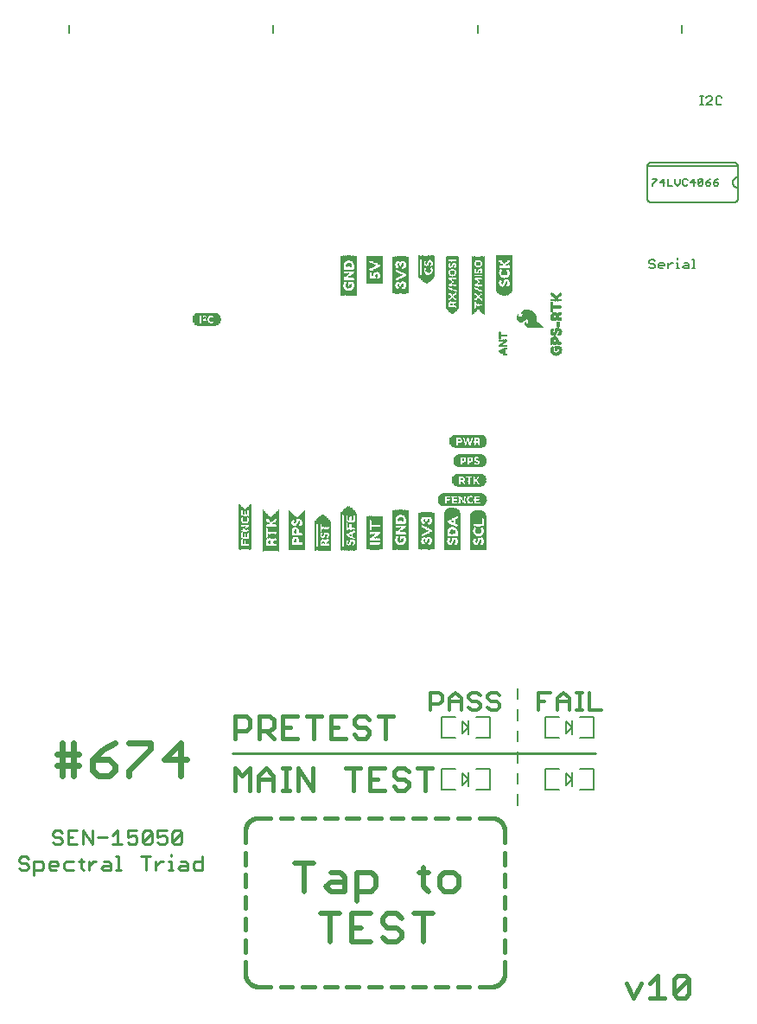
<source format=gto>
G75*
%MOIN*%
%OFA0B0*%
%FSLAX25Y25*%
%IPPOS*%
%LPD*%
%AMOC8*
5,1,8,0,0,1.08239X$1,22.5*
%
%ADD10C,0.02300*%
%ADD11C,0.00900*%
%ADD12C,0.02000*%
%ADD13C,0.01500*%
%ADD14C,0.01200*%
%ADD15C,0.01000*%
%ADD16C,0.00800*%
%ADD17C,0.00600*%
%ADD18R,0.00157X0.13858*%
%ADD19R,0.00157X0.14331*%
%ADD20R,0.00157X0.14646*%
%ADD21R,0.00157X0.14961*%
%ADD22R,0.00157X0.15118*%
%ADD23R,0.00157X0.15276*%
%ADD24R,0.00157X0.15433*%
%ADD25R,0.00157X0.02835*%
%ADD26R,0.00157X0.11969*%
%ADD27R,0.00157X0.02520*%
%ADD28R,0.00157X0.01102*%
%ADD29R,0.00157X0.03150*%
%ADD30R,0.00157X0.04567*%
%ADD31R,0.00157X0.02205*%
%ADD32R,0.00157X0.00787*%
%ADD33R,0.00157X0.02677*%
%ADD34R,0.00157X0.04409*%
%ADD35R,0.00157X0.02047*%
%ADD36R,0.00157X0.00630*%
%ADD37R,0.00157X0.01890*%
%ADD38R,0.00157X0.01732*%
%ADD39R,0.00157X0.01575*%
%ADD40R,0.00157X0.00945*%
%ADD41R,0.00157X0.02362*%
%ADD42R,0.00157X0.01260*%
%ADD43R,0.00157X0.01417*%
%ADD44R,0.00157X0.04252*%
%ADD45R,0.00157X0.00315*%
%ADD46R,0.00157X0.04094*%
%ADD47R,0.00157X0.00472*%
%ADD48R,0.00157X0.03937*%
%ADD49R,0.00157X0.03307*%
%ADD50R,0.00157X0.03780*%
%ADD51R,0.00157X0.03465*%
%ADD52R,0.00157X0.02992*%
%ADD53R,0.00157X0.12913*%
%ADD54R,0.00157X0.13386*%
%ADD55R,0.00157X0.13701*%
%ADD56R,0.00157X0.14016*%
%ADD57R,0.00157X0.14173*%
%ADD58R,0.00157X0.14488*%
%ADD59R,0.00157X0.07087*%
%ADD60R,0.00157X0.04882*%
%ADD61R,0.00157X0.05039*%
%ADD62R,0.00157X0.05197*%
%ADD63R,0.00157X0.03622*%
%ADD64R,0.00157X0.00157*%
%ADD65R,0.00157X0.11024*%
%ADD66R,0.07205X0.00118*%
%ADD67R,0.07913X0.00118*%
%ADD68R,0.08386X0.00079*%
%ADD69R,0.08858X0.00157*%
%ADD70R,0.09094X0.00118*%
%ADD71R,0.09331X0.00118*%
%ADD72R,0.09567X0.00079*%
%ADD73R,0.03661X0.00118*%
%ADD74R,0.02126X0.00118*%
%ADD75R,0.02953X0.00118*%
%ADD76R,0.02244X0.00157*%
%ADD77R,0.00591X0.00157*%
%ADD78R,0.01535X0.00157*%
%ADD79R,0.02598X0.00157*%
%ADD80R,0.02244X0.00118*%
%ADD81R,0.00472X0.00118*%
%ADD82R,0.01181X0.00118*%
%ADD83R,0.02362X0.00118*%
%ADD84R,0.00945X0.00118*%
%ADD85R,0.00354X0.00118*%
%ADD86R,0.00827X0.00118*%
%ADD87R,0.02480X0.00157*%
%ADD88R,0.00354X0.00157*%
%ADD89R,0.00236X0.00157*%
%ADD90R,0.02480X0.00118*%
%ADD91R,0.02598X0.00118*%
%ADD92R,0.01063X0.00118*%
%ADD93R,0.02835X0.00118*%
%ADD94R,0.00472X0.00157*%
%ADD95R,0.04252X0.00157*%
%ADD96R,0.04370X0.00118*%
%ADD97R,0.00591X0.00118*%
%ADD98R,0.04488X0.00118*%
%ADD99R,0.00709X0.00157*%
%ADD100R,0.04488X0.00157*%
%ADD101R,0.00236X0.00118*%
%ADD102R,0.00118X0.00118*%
%ADD103R,0.00118X0.00157*%
%ADD104R,0.04370X0.00157*%
%ADD105R,0.04252X0.00118*%
%ADD106R,0.02717X0.00118*%
%ADD107R,0.03071X0.00157*%
%ADD108R,0.03425X0.00118*%
%ADD109R,0.09567X0.00118*%
%ADD110R,0.08858X0.00118*%
%ADD111R,0.08386X0.00118*%
%ADD112R,0.00157X0.12756*%
%ADD113R,0.00157X0.11181*%
%ADD114R,0.00157X0.11496*%
%ADD115R,0.00157X0.11654*%
%ADD116R,0.00157X0.13071*%
%ADD117R,0.00157X0.13228*%
%ADD118R,0.00157X0.11811*%
%ADD119R,0.00157X0.14803*%
%ADD120R,0.00157X0.15906*%
%ADD121R,0.00157X0.16063*%
%ADD122R,0.00157X0.16220*%
%ADD123R,0.00157X0.16378*%
%ADD124R,0.00157X0.09921*%
%ADD125R,0.09803X0.00118*%
%ADD126R,0.10276X0.00079*%
%ADD127R,0.10748X0.00157*%
%ADD128R,0.10984X0.00118*%
%ADD129R,0.11220X0.00118*%
%ADD130R,0.11457X0.00079*%
%ADD131R,0.08150X0.00118*%
%ADD132R,0.01063X0.00157*%
%ADD133R,0.01417X0.00157*%
%ADD134R,0.00709X0.00118*%
%ADD135R,0.04016X0.00118*%
%ADD136R,0.00945X0.00157*%
%ADD137R,0.03898X0.00157*%
%ADD138R,0.03189X0.00118*%
%ADD139R,0.02717X0.00157*%
%ADD140R,0.01654X0.00118*%
%ADD141R,0.02126X0.00157*%
%ADD142R,0.01299X0.00118*%
%ADD143R,0.02008X0.00118*%
%ADD144R,0.01890X0.00118*%
%ADD145R,0.02008X0.00157*%
%ADD146R,0.01890X0.00157*%
%ADD147R,0.11457X0.00118*%
%ADD148R,0.10748X0.00118*%
%ADD149R,0.10276X0.00118*%
%ADD150R,0.15236X0.00118*%
%ADD151R,0.15945X0.00118*%
%ADD152R,0.16417X0.00079*%
%ADD153R,0.16890X0.00157*%
%ADD154R,0.17126X0.00118*%
%ADD155R,0.17362X0.00118*%
%ADD156R,0.17598X0.00079*%
%ADD157R,0.11929X0.00118*%
%ADD158R,0.05551X0.00118*%
%ADD159R,0.01299X0.00157*%
%ADD160R,0.02362X0.00157*%
%ADD161R,0.04134X0.00118*%
%ADD162R,0.04134X0.00157*%
%ADD163R,0.02953X0.00157*%
%ADD164R,0.03071X0.00118*%
%ADD165R,0.00827X0.00157*%
%ADD166R,0.01181X0.00157*%
%ADD167R,0.01417X0.00118*%
%ADD168R,0.01535X0.00118*%
%ADD169R,0.17598X0.00118*%
%ADD170R,0.16890X0.00118*%
%ADD171R,0.16417X0.00118*%
%ADD172R,0.10748X0.00079*%
%ADD173R,0.11220X0.00157*%
%ADD174R,0.11693X0.00118*%
%ADD175R,0.11929X0.00079*%
%ADD176R,0.03307X0.00118*%
%ADD177R,0.03543X0.00157*%
%ADD178R,0.03543X0.00118*%
%ADD179R,0.03189X0.00157*%
%ADD180R,0.00118X0.17598*%
%ADD181R,0.00118X0.17480*%
%ADD182R,0.00079X0.17362*%
%ADD183R,0.00157X0.17244*%
%ADD184R,0.00118X0.17126*%
%ADD185R,0.00118X0.17008*%
%ADD186R,0.00079X0.16890*%
%ADD187R,0.00118X0.11220*%
%ADD188R,0.00118X0.05197*%
%ADD189R,0.00157X0.00354*%
%ADD190R,0.00157X0.01299*%
%ADD191R,0.00157X0.00709*%
%ADD192R,0.00157X0.01535*%
%ADD193R,0.00118X0.01417*%
%ADD194R,0.00118X0.00236*%
%ADD195R,0.00118X0.01181*%
%ADD196R,0.00118X0.01063*%
%ADD197R,0.00118X0.00591*%
%ADD198R,0.00118X0.00945*%
%ADD199R,0.00118X0.00354*%
%ADD200R,0.00118X0.01299*%
%ADD201R,0.00118X0.00709*%
%ADD202R,0.00157X0.00236*%
%ADD203R,0.00157X0.01063*%
%ADD204R,0.00118X0.00827*%
%ADD205R,0.00118X0.01890*%
%ADD206R,0.00118X0.00472*%
%ADD207R,0.00118X0.02480*%
%ADD208R,0.00118X0.02362*%
%ADD209R,0.00157X0.00591*%
%ADD210R,0.00157X0.02126*%
%ADD211R,0.00157X0.02244*%
%ADD212R,0.00118X0.02126*%
%ADD213R,0.00118X0.02244*%
%ADD214R,0.00157X0.00118*%
%ADD215R,0.00118X0.02008*%
%ADD216R,0.00118X0.02598*%
%ADD217R,0.00157X0.00827*%
%ADD218R,0.00157X0.02008*%
%ADD219R,0.00157X0.01181*%
%ADD220R,0.00118X0.01535*%
%ADD221R,0.00118X0.01772*%
%ADD222R,0.00118X0.16890*%
%ADD223R,0.00118X0.17244*%
%ADD224R,0.00118X0.17362*%
%ADD225R,0.00157X0.15748*%
%ADD226R,0.00157X0.15591*%
%ADD227R,0.00157X0.02953*%
%ADD228R,0.00118X0.03071*%
%ADD229R,0.00118X0.02953*%
%ADD230R,0.00118X0.01654*%
%ADD231R,0.00157X0.02480*%
%ADD232R,0.00118X0.02717*%
%ADD233R,0.00118X0.02835*%
%ADD234R,0.12402X0.00157*%
%ADD235R,0.12638X0.00118*%
%ADD236R,0.12874X0.00118*%
%ADD237R,0.13110X0.00079*%
%ADD238R,0.04961X0.00118*%
%ADD239R,0.05079X0.00118*%
%ADD240R,0.02835X0.00157*%
%ADD241R,0.13110X0.00118*%
%ADD242R,0.12402X0.00118*%
%ADD243R,0.00157X0.10551*%
%ADD244R,0.00157X0.07874*%
%ADD245R,0.00157X0.08031*%
%ADD246R,0.00157X0.08346*%
%ADD247R,0.00157X0.08504*%
%ADD248R,0.00157X0.09606*%
%ADD249R,0.00157X0.09764*%
%ADD250R,0.00157X0.10079*%
%ADD251R,0.00157X0.08661*%
%ADD252C,0.00300*%
%ADD253R,0.00118X0.20079*%
%ADD254R,0.00118X0.20197*%
%ADD255R,0.00079X0.20433*%
%ADD256R,0.00157X0.20551*%
%ADD257R,0.00118X0.20669*%
%ADD258R,0.00118X0.20787*%
%ADD259R,0.00079X0.08504*%
%ADD260R,0.00079X0.11929*%
%ADD261R,0.00118X0.04252*%
%ADD262R,0.00118X0.03189*%
%ADD263R,0.00157X0.01654*%
%ADD264R,0.00157X0.01772*%
%ADD265R,0.00118X0.07087*%
%ADD266R,0.00118X0.13228*%
%ADD267R,0.00118X0.07205*%
%ADD268R,0.00118X0.20551*%
%ADD269R,0.00118X0.20433*%
%ADD270R,0.00118X0.22559*%
%ADD271R,0.00118X0.22441*%
%ADD272R,0.00079X0.22323*%
%ADD273R,0.00157X0.22205*%
%ADD274R,0.00118X0.22087*%
%ADD275R,0.00118X0.21969*%
%ADD276R,0.00079X0.09449*%
%ADD277R,0.00079X0.12047*%
%ADD278R,0.00118X0.04961*%
%ADD279R,0.00118X0.05787*%
%ADD280R,0.00157X0.02598*%
%ADD281R,0.00118X0.08031*%
%ADD282R,0.00118X0.08386*%
%ADD283R,0.00118X0.13346*%
%ADD284R,0.00118X0.22205*%
%ADD285R,0.00118X0.22323*%
%ADD286C,0.00500*%
%ADD287C,0.01600*%
D10*
X0232728Y0201150D02*
X0232728Y0213861D01*
X0236965Y0213861D02*
X0236965Y0201150D01*
X0239084Y0205387D02*
X0230610Y0205387D01*
X0230610Y0209624D02*
X0236965Y0209624D01*
X0239084Y0209624D01*
X0244422Y0207505D02*
X0250777Y0207505D01*
X0252895Y0205387D01*
X0252895Y0203268D01*
X0250777Y0201150D01*
X0246540Y0201150D01*
X0244422Y0203268D01*
X0244422Y0207505D01*
X0248658Y0211742D01*
X0252895Y0213861D01*
X0258233Y0213861D02*
X0266707Y0213861D01*
X0266707Y0211742D01*
X0258233Y0203268D01*
X0258233Y0201150D01*
X0272045Y0207505D02*
X0280519Y0207505D01*
X0278401Y0201150D02*
X0278401Y0213861D01*
X0272045Y0207505D01*
D11*
X0216978Y0164825D02*
X0216086Y0165717D01*
X0216978Y0164825D02*
X0218763Y0164825D01*
X0219655Y0165717D01*
X0219655Y0166610D01*
X0218763Y0167502D01*
X0216978Y0167502D01*
X0216086Y0168395D01*
X0216086Y0169287D01*
X0216978Y0170180D01*
X0218763Y0170180D01*
X0219655Y0169287D01*
X0221840Y0168395D02*
X0224518Y0168395D01*
X0225410Y0167502D01*
X0225410Y0165717D01*
X0224518Y0164825D01*
X0221840Y0164825D01*
X0221840Y0163040D02*
X0221840Y0168395D01*
X0227595Y0167502D02*
X0228488Y0168395D01*
X0230273Y0168395D01*
X0231165Y0167502D01*
X0231165Y0166610D01*
X0227595Y0166610D01*
X0227595Y0167502D02*
X0227595Y0165717D01*
X0228488Y0164825D01*
X0230273Y0164825D01*
X0233350Y0165717D02*
X0234243Y0164825D01*
X0236920Y0164825D01*
X0239998Y0165717D02*
X0240890Y0164825D01*
X0239998Y0165717D02*
X0239998Y0169287D01*
X0240890Y0168395D02*
X0239105Y0168395D01*
X0236920Y0168395D02*
X0234243Y0168395D01*
X0233350Y0167502D01*
X0233350Y0165717D01*
X0231813Y0174825D02*
X0230029Y0174825D01*
X0229136Y0175717D01*
X0230029Y0177502D02*
X0229136Y0178395D01*
X0229136Y0179287D01*
X0230029Y0180180D01*
X0231813Y0180180D01*
X0232706Y0179287D01*
X0231813Y0177502D02*
X0232706Y0176610D01*
X0232706Y0175717D01*
X0231813Y0174825D01*
X0231813Y0177502D02*
X0230029Y0177502D01*
X0234891Y0177502D02*
X0236676Y0177502D01*
X0234891Y0174825D02*
X0238461Y0174825D01*
X0240646Y0174825D02*
X0240646Y0180180D01*
X0244216Y0174825D01*
X0244216Y0180180D01*
X0246401Y0177502D02*
X0249971Y0177502D01*
X0252156Y0178395D02*
X0253941Y0180180D01*
X0253941Y0174825D01*
X0252156Y0174825D02*
X0255726Y0174825D01*
X0257911Y0175717D02*
X0258803Y0174825D01*
X0260588Y0174825D01*
X0261480Y0175717D01*
X0261480Y0177502D01*
X0260588Y0178395D01*
X0259696Y0178395D01*
X0257911Y0177502D01*
X0257911Y0180180D01*
X0261480Y0180180D01*
X0263666Y0179287D02*
X0263666Y0175717D01*
X0267235Y0179287D01*
X0267235Y0175717D01*
X0266343Y0174825D01*
X0264558Y0174825D01*
X0263666Y0175717D01*
X0263666Y0179287D02*
X0264558Y0180180D01*
X0266343Y0180180D01*
X0267235Y0179287D01*
X0269421Y0180180D02*
X0269421Y0177502D01*
X0271205Y0178395D01*
X0272098Y0178395D01*
X0272990Y0177502D01*
X0272990Y0175717D01*
X0272098Y0174825D01*
X0270313Y0174825D01*
X0269421Y0175717D01*
X0269421Y0180180D02*
X0272990Y0180180D01*
X0275175Y0179287D02*
X0276068Y0180180D01*
X0277853Y0180180D01*
X0278745Y0179287D01*
X0275175Y0175717D01*
X0276068Y0174825D01*
X0277853Y0174825D01*
X0278745Y0175717D01*
X0278745Y0179287D01*
X0275175Y0179287D02*
X0275175Y0175717D01*
X0274527Y0171072D02*
X0274527Y0170180D01*
X0274527Y0168395D02*
X0274527Y0164825D01*
X0273635Y0164825D02*
X0275419Y0164825D01*
X0277471Y0165717D02*
X0278364Y0166610D01*
X0281041Y0166610D01*
X0281041Y0167502D02*
X0281041Y0164825D01*
X0278364Y0164825D01*
X0277471Y0165717D01*
X0278364Y0168395D02*
X0280148Y0168395D01*
X0281041Y0167502D01*
X0283226Y0167502D02*
X0284119Y0168395D01*
X0286796Y0168395D01*
X0286796Y0170180D02*
X0286796Y0164825D01*
X0284119Y0164825D01*
X0283226Y0165717D01*
X0283226Y0167502D01*
X0274527Y0168395D02*
X0273635Y0168395D01*
X0271516Y0168395D02*
X0270624Y0168395D01*
X0268839Y0166610D01*
X0268839Y0164825D02*
X0268839Y0168395D01*
X0266654Y0170180D02*
X0263084Y0170180D01*
X0264869Y0170180D02*
X0264869Y0164825D01*
X0255277Y0164825D02*
X0253492Y0164825D01*
X0254385Y0164825D02*
X0254385Y0170180D01*
X0253492Y0170180D01*
X0251307Y0167502D02*
X0251307Y0164825D01*
X0248630Y0164825D01*
X0247738Y0165717D01*
X0248630Y0166610D01*
X0251307Y0166610D01*
X0251307Y0167502D02*
X0250415Y0168395D01*
X0248630Y0168395D01*
X0245619Y0168395D02*
X0244727Y0168395D01*
X0242942Y0166610D01*
X0242942Y0164825D02*
X0242942Y0168395D01*
X0238461Y0180180D02*
X0234891Y0180180D01*
X0234891Y0174825D01*
D12*
X0322418Y0167759D02*
X0329757Y0167759D01*
X0326087Y0167759D02*
X0326087Y0156750D01*
X0334388Y0158585D02*
X0336223Y0160420D01*
X0341728Y0160420D01*
X0341728Y0162255D02*
X0341728Y0156750D01*
X0336223Y0156750D01*
X0334388Y0158585D01*
X0336223Y0164090D02*
X0339893Y0164090D01*
X0341728Y0162255D01*
X0346358Y0164090D02*
X0346358Y0153080D01*
X0346358Y0156750D02*
X0351863Y0156750D01*
X0353698Y0158585D01*
X0353698Y0162255D01*
X0351863Y0164090D01*
X0346358Y0164090D01*
X0344363Y0148259D02*
X0344363Y0137250D01*
X0351703Y0137250D01*
X0356333Y0139085D02*
X0358168Y0137250D01*
X0361838Y0137250D01*
X0363673Y0139085D01*
X0363673Y0140920D01*
X0361838Y0142755D01*
X0358168Y0142755D01*
X0356333Y0144590D01*
X0356333Y0146425D01*
X0358168Y0148259D01*
X0361838Y0148259D01*
X0363673Y0146425D01*
X0368304Y0148259D02*
X0375643Y0148259D01*
X0371973Y0148259D02*
X0371973Y0137250D01*
X0373968Y0156750D02*
X0372133Y0158585D01*
X0372133Y0165925D01*
X0370299Y0164090D02*
X0373968Y0164090D01*
X0378279Y0162255D02*
X0378279Y0158585D01*
X0380114Y0156750D01*
X0383783Y0156750D01*
X0385618Y0158585D01*
X0385618Y0162255D01*
X0383783Y0164090D01*
X0380114Y0164090D01*
X0378279Y0162255D01*
X0351703Y0148259D02*
X0344363Y0148259D01*
X0339732Y0148259D02*
X0332393Y0148259D01*
X0336063Y0148259D02*
X0336063Y0137250D01*
X0344363Y0142755D02*
X0348033Y0142755D01*
D13*
X0344988Y0195750D02*
X0344988Y0204257D01*
X0342153Y0204257D02*
X0347824Y0204257D01*
X0351360Y0204257D02*
X0351360Y0195750D01*
X0357032Y0195750D01*
X0360568Y0197168D02*
X0361986Y0195750D01*
X0364822Y0195750D01*
X0366240Y0197168D01*
X0366240Y0198586D01*
X0364822Y0200004D01*
X0361986Y0200004D01*
X0360568Y0201422D01*
X0360568Y0202839D01*
X0361986Y0204257D01*
X0364822Y0204257D01*
X0366240Y0202839D01*
X0369776Y0204257D02*
X0375448Y0204257D01*
X0372612Y0204257D02*
X0372612Y0195750D01*
X0357032Y0204257D02*
X0351360Y0204257D01*
X0351360Y0200004D02*
X0354196Y0200004D01*
X0357439Y0215750D02*
X0357439Y0224257D01*
X0360274Y0224257D02*
X0354603Y0224257D01*
X0351067Y0222839D02*
X0349649Y0224257D01*
X0346813Y0224257D01*
X0345395Y0222839D01*
X0345395Y0221422D01*
X0346813Y0220004D01*
X0349649Y0220004D01*
X0351067Y0218586D01*
X0351067Y0217168D01*
X0349649Y0215750D01*
X0346813Y0215750D01*
X0345395Y0217168D01*
X0341859Y0215750D02*
X0336187Y0215750D01*
X0336187Y0224257D01*
X0341859Y0224257D01*
X0339023Y0220004D02*
X0336187Y0220004D01*
X0332651Y0224257D02*
X0326979Y0224257D01*
X0329815Y0224257D02*
X0329815Y0215750D01*
X0323443Y0215750D02*
X0317772Y0215750D01*
X0317772Y0224257D01*
X0323443Y0224257D01*
X0320607Y0220004D02*
X0317772Y0220004D01*
X0314235Y0220004D02*
X0312817Y0218586D01*
X0308564Y0218586D01*
X0311399Y0218586D02*
X0314235Y0215750D01*
X0314235Y0220004D02*
X0314235Y0222839D01*
X0312817Y0224257D01*
X0308564Y0224257D01*
X0308564Y0215750D01*
X0305027Y0220004D02*
X0303609Y0218586D01*
X0299356Y0218586D01*
X0299356Y0215750D02*
X0299356Y0224257D01*
X0303609Y0224257D01*
X0305027Y0222839D01*
X0305027Y0220004D01*
X0304854Y0204257D02*
X0302018Y0201422D01*
X0299183Y0204257D01*
X0299183Y0195750D01*
X0304854Y0195750D02*
X0304854Y0204257D01*
X0308390Y0201422D02*
X0311226Y0204257D01*
X0314062Y0201422D01*
X0314062Y0195750D01*
X0317598Y0195750D02*
X0320434Y0195750D01*
X0319016Y0195750D02*
X0319016Y0204257D01*
X0317598Y0204257D02*
X0320434Y0204257D01*
X0323737Y0204257D02*
X0323737Y0195750D01*
X0329408Y0195750D02*
X0323737Y0204257D01*
X0329408Y0204257D02*
X0329408Y0195750D01*
X0314062Y0200004D02*
X0308390Y0200004D01*
X0308390Y0201422D02*
X0308390Y0195750D01*
X0450272Y0121422D02*
X0453107Y0115750D01*
X0455943Y0121422D01*
X0459479Y0121422D02*
X0462315Y0124257D01*
X0462315Y0115750D01*
X0459479Y0115750D02*
X0465151Y0115750D01*
X0468687Y0117168D02*
X0474359Y0122839D01*
X0474359Y0117168D01*
X0472941Y0115750D01*
X0470105Y0115750D01*
X0468687Y0117168D01*
X0468687Y0122839D01*
X0470105Y0124257D01*
X0472941Y0124257D01*
X0474359Y0122839D01*
D14*
X0440609Y0226600D02*
X0436072Y0226600D01*
X0436072Y0233406D01*
X0433430Y0233406D02*
X0431161Y0233406D01*
X0432295Y0233406D02*
X0432295Y0226600D01*
X0431161Y0226600D02*
X0433430Y0226600D01*
X0428332Y0226600D02*
X0428332Y0231137D01*
X0426063Y0233406D01*
X0423795Y0231137D01*
X0423795Y0226600D01*
X0423795Y0230003D02*
X0428332Y0230003D01*
X0420966Y0233406D02*
X0416428Y0233406D01*
X0416428Y0226600D01*
X0416428Y0230003D02*
X0418697Y0230003D01*
X0401337Y0228869D02*
X0401337Y0227734D01*
X0400203Y0226600D01*
X0397934Y0226600D01*
X0396800Y0227734D01*
X0397934Y0230003D02*
X0400203Y0230003D01*
X0401337Y0228869D01*
X0401337Y0232272D02*
X0400203Y0233406D01*
X0397934Y0233406D01*
X0396800Y0232272D01*
X0396800Y0231137D01*
X0397934Y0230003D01*
X0393971Y0228869D02*
X0393971Y0227734D01*
X0392836Y0226600D01*
X0390568Y0226600D01*
X0389433Y0227734D01*
X0390568Y0230003D02*
X0389433Y0231137D01*
X0389433Y0232272D01*
X0390568Y0233406D01*
X0392836Y0233406D01*
X0393971Y0232272D01*
X0392836Y0230003D02*
X0393971Y0228869D01*
X0392836Y0230003D02*
X0390568Y0230003D01*
X0386604Y0230003D02*
X0382067Y0230003D01*
X0382067Y0231137D02*
X0384336Y0233406D01*
X0386604Y0231137D01*
X0386604Y0226600D01*
X0382067Y0226600D02*
X0382067Y0231137D01*
X0379238Y0230003D02*
X0378104Y0228869D01*
X0374701Y0228869D01*
X0374701Y0226600D02*
X0374701Y0233406D01*
X0378104Y0233406D01*
X0379238Y0232272D01*
X0379238Y0230003D01*
D15*
X0438333Y0210000D02*
X0298333Y0210000D01*
D16*
X0378885Y0203937D02*
X0378885Y0196063D01*
X0384396Y0196063D01*
X0387152Y0197638D02*
X0387152Y0202362D01*
X0389514Y0200000D01*
X0387152Y0197638D01*
X0389514Y0197244D02*
X0389514Y0200000D01*
X0389514Y0202756D01*
X0392270Y0203937D02*
X0397782Y0203937D01*
X0397782Y0196063D01*
X0392270Y0196063D01*
X0384396Y0203937D02*
X0378885Y0203937D01*
X0378885Y0216063D02*
X0384396Y0216063D01*
X0387152Y0217638D02*
X0389514Y0220000D01*
X0387152Y0222362D01*
X0387152Y0217638D01*
X0389514Y0217244D02*
X0389514Y0220000D01*
X0389514Y0222756D01*
X0392270Y0223937D02*
X0397782Y0223937D01*
X0397782Y0216063D01*
X0392270Y0216063D01*
X0384396Y0223937D02*
X0378885Y0223937D01*
X0378885Y0216063D01*
X0408333Y0214469D02*
X0408333Y0218688D01*
X0408333Y0222625D02*
X0408333Y0226844D01*
X0408333Y0230781D02*
X0408333Y0235000D01*
X0418885Y0223937D02*
X0418885Y0216063D01*
X0424396Y0216063D01*
X0427152Y0217638D02*
X0429514Y0220000D01*
X0427152Y0222362D01*
X0427152Y0217638D01*
X0429514Y0217244D02*
X0429514Y0220000D01*
X0429514Y0222756D01*
X0432270Y0223937D02*
X0437782Y0223937D01*
X0437782Y0216063D01*
X0432270Y0216063D01*
X0424396Y0223937D02*
X0418885Y0223937D01*
X0408333Y0210531D02*
X0408333Y0206312D01*
X0408333Y0202375D02*
X0408333Y0198156D01*
X0408333Y0194219D02*
X0408333Y0190000D01*
X0418885Y0196063D02*
X0418885Y0203937D01*
X0424396Y0203937D01*
X0427152Y0202362D02*
X0427152Y0197638D01*
X0429514Y0200000D01*
X0427152Y0202362D01*
X0429514Y0202756D02*
X0429514Y0200000D01*
X0429514Y0197244D01*
X0432270Y0196063D02*
X0437782Y0196063D01*
X0437782Y0203937D01*
X0432270Y0203937D01*
X0424396Y0196063D02*
X0418885Y0196063D01*
X0459833Y0422300D02*
X0491833Y0422300D01*
X0491909Y0422302D01*
X0491985Y0422308D01*
X0492060Y0422317D01*
X0492135Y0422331D01*
X0492209Y0422348D01*
X0492282Y0422369D01*
X0492354Y0422393D01*
X0492425Y0422422D01*
X0492494Y0422453D01*
X0492561Y0422488D01*
X0492626Y0422527D01*
X0492690Y0422569D01*
X0492751Y0422614D01*
X0492810Y0422662D01*
X0492866Y0422713D01*
X0492920Y0422767D01*
X0492971Y0422823D01*
X0493019Y0422882D01*
X0493064Y0422943D01*
X0493106Y0423007D01*
X0493145Y0423072D01*
X0493180Y0423139D01*
X0493211Y0423208D01*
X0493240Y0423279D01*
X0493264Y0423351D01*
X0493285Y0423424D01*
X0493302Y0423498D01*
X0493316Y0423573D01*
X0493325Y0423648D01*
X0493331Y0423724D01*
X0493333Y0423800D01*
X0493333Y0428000D01*
X0493333Y0432000D01*
X0493333Y0436200D01*
X0493333Y0436300D02*
X0458333Y0436300D01*
X0458333Y0436200D02*
X0458333Y0423800D01*
X0458335Y0423724D01*
X0458341Y0423648D01*
X0458350Y0423573D01*
X0458364Y0423498D01*
X0458381Y0423424D01*
X0458402Y0423351D01*
X0458426Y0423279D01*
X0458455Y0423208D01*
X0458486Y0423139D01*
X0458521Y0423072D01*
X0458560Y0423007D01*
X0458602Y0422943D01*
X0458647Y0422882D01*
X0458695Y0422823D01*
X0458746Y0422767D01*
X0458800Y0422713D01*
X0458856Y0422662D01*
X0458915Y0422614D01*
X0458976Y0422569D01*
X0459040Y0422527D01*
X0459105Y0422488D01*
X0459172Y0422453D01*
X0459241Y0422422D01*
X0459312Y0422393D01*
X0459384Y0422369D01*
X0459457Y0422348D01*
X0459531Y0422331D01*
X0459606Y0422317D01*
X0459681Y0422308D01*
X0459757Y0422302D01*
X0459833Y0422300D01*
X0458333Y0436200D02*
X0458335Y0436276D01*
X0458341Y0436352D01*
X0458350Y0436427D01*
X0458364Y0436502D01*
X0458381Y0436576D01*
X0458402Y0436649D01*
X0458426Y0436721D01*
X0458455Y0436792D01*
X0458486Y0436861D01*
X0458521Y0436928D01*
X0458560Y0436993D01*
X0458602Y0437057D01*
X0458647Y0437118D01*
X0458695Y0437177D01*
X0458746Y0437233D01*
X0458800Y0437287D01*
X0458856Y0437338D01*
X0458915Y0437386D01*
X0458976Y0437431D01*
X0459040Y0437473D01*
X0459105Y0437512D01*
X0459172Y0437547D01*
X0459241Y0437578D01*
X0459312Y0437607D01*
X0459384Y0437631D01*
X0459457Y0437652D01*
X0459531Y0437669D01*
X0459606Y0437683D01*
X0459681Y0437692D01*
X0459757Y0437698D01*
X0459833Y0437700D01*
X0491833Y0437700D01*
X0491909Y0437698D01*
X0491985Y0437692D01*
X0492060Y0437683D01*
X0492135Y0437669D01*
X0492209Y0437652D01*
X0492282Y0437631D01*
X0492354Y0437607D01*
X0492425Y0437578D01*
X0492494Y0437547D01*
X0492561Y0437512D01*
X0492626Y0437473D01*
X0492690Y0437431D01*
X0492751Y0437386D01*
X0492810Y0437338D01*
X0492866Y0437287D01*
X0492920Y0437233D01*
X0492971Y0437177D01*
X0493019Y0437118D01*
X0493064Y0437057D01*
X0493106Y0436993D01*
X0493145Y0436928D01*
X0493180Y0436861D01*
X0493211Y0436792D01*
X0493240Y0436721D01*
X0493264Y0436649D01*
X0493285Y0436576D01*
X0493302Y0436502D01*
X0493316Y0436427D01*
X0493325Y0436352D01*
X0493331Y0436276D01*
X0493333Y0436200D01*
X0493333Y0432000D02*
X0493245Y0431998D01*
X0493156Y0431992D01*
X0493068Y0431982D01*
X0492981Y0431969D01*
X0492894Y0431951D01*
X0492808Y0431930D01*
X0492723Y0431905D01*
X0492640Y0431876D01*
X0492557Y0431843D01*
X0492477Y0431807D01*
X0492398Y0431768D01*
X0492320Y0431725D01*
X0492245Y0431678D01*
X0492172Y0431628D01*
X0492101Y0431575D01*
X0492032Y0431519D01*
X0491966Y0431460D01*
X0491903Y0431398D01*
X0491843Y0431334D01*
X0491785Y0431267D01*
X0491731Y0431197D01*
X0491679Y0431125D01*
X0491631Y0431051D01*
X0491586Y0430974D01*
X0491545Y0430896D01*
X0491507Y0430816D01*
X0491473Y0430735D01*
X0491442Y0430652D01*
X0491415Y0430567D01*
X0491392Y0430482D01*
X0491373Y0430396D01*
X0491357Y0430308D01*
X0491345Y0430221D01*
X0491337Y0430133D01*
X0491333Y0430044D01*
X0491333Y0429956D01*
X0491337Y0429867D01*
X0491345Y0429779D01*
X0491357Y0429692D01*
X0491373Y0429604D01*
X0491392Y0429518D01*
X0491415Y0429433D01*
X0491442Y0429348D01*
X0491473Y0429265D01*
X0491507Y0429184D01*
X0491545Y0429104D01*
X0491586Y0429026D01*
X0491631Y0428949D01*
X0491679Y0428875D01*
X0491731Y0428803D01*
X0491785Y0428733D01*
X0491843Y0428666D01*
X0491903Y0428602D01*
X0491966Y0428540D01*
X0492032Y0428481D01*
X0492101Y0428425D01*
X0492172Y0428372D01*
X0492245Y0428322D01*
X0492320Y0428275D01*
X0492398Y0428232D01*
X0492477Y0428193D01*
X0492557Y0428157D01*
X0492640Y0428124D01*
X0492723Y0428095D01*
X0492808Y0428070D01*
X0492894Y0428049D01*
X0492981Y0428031D01*
X0493068Y0428018D01*
X0493156Y0428008D01*
X0493245Y0428002D01*
X0493333Y0428000D01*
D17*
X0486562Y0459800D02*
X0485428Y0459800D01*
X0484861Y0460367D01*
X0484861Y0462636D01*
X0485428Y0463203D01*
X0486562Y0463203D01*
X0487130Y0462636D01*
X0487130Y0460367D02*
X0486562Y0459800D01*
X0483446Y0459800D02*
X0481178Y0459800D01*
X0483446Y0462069D01*
X0483446Y0462636D01*
X0482879Y0463203D01*
X0481745Y0463203D01*
X0481178Y0462636D01*
X0479857Y0463203D02*
X0478722Y0463203D01*
X0479290Y0463203D02*
X0479290Y0459800D01*
X0479857Y0459800D02*
X0478722Y0459800D01*
X0470121Y0400770D02*
X0470121Y0400203D01*
X0470121Y0399069D02*
X0470121Y0396800D01*
X0469554Y0396800D02*
X0470688Y0396800D01*
X0472010Y0397367D02*
X0472577Y0397934D01*
X0474278Y0397934D01*
X0474278Y0398501D02*
X0474278Y0396800D01*
X0472577Y0396800D01*
X0472010Y0397367D01*
X0472577Y0399069D02*
X0473711Y0399069D01*
X0474278Y0398501D01*
X0475693Y0396800D02*
X0476827Y0396800D01*
X0476260Y0396800D02*
X0476260Y0400203D01*
X0475693Y0400203D01*
X0470121Y0399069D02*
X0469554Y0399069D01*
X0468186Y0399069D02*
X0467619Y0399069D01*
X0466485Y0397934D01*
X0466485Y0396800D02*
X0466485Y0399069D01*
X0465070Y0398501D02*
X0465070Y0397934D01*
X0462802Y0397934D01*
X0462802Y0397367D02*
X0462802Y0398501D01*
X0463369Y0399069D01*
X0464503Y0399069D01*
X0465070Y0398501D01*
X0464503Y0396800D02*
X0463369Y0396800D01*
X0462802Y0397367D01*
X0461387Y0397367D02*
X0460820Y0396800D01*
X0459686Y0396800D01*
X0459119Y0397367D01*
X0459686Y0398501D02*
X0460820Y0398501D01*
X0461387Y0397934D01*
X0461387Y0397367D01*
X0459686Y0398501D02*
X0459119Y0399069D01*
X0459119Y0399636D01*
X0459686Y0400203D01*
X0460820Y0400203D01*
X0461387Y0399636D01*
D18*
X0386483Y0295319D03*
X0380184Y0295319D03*
D19*
X0380341Y0295555D03*
X0376483Y0295713D03*
X0376325Y0295713D03*
X0376168Y0295713D03*
X0376010Y0295713D03*
X0375853Y0295713D03*
X0375696Y0295713D03*
X0375538Y0295713D03*
X0371129Y0295713D03*
X0370971Y0295713D03*
X0370814Y0295713D03*
X0370656Y0295713D03*
X0370499Y0295713D03*
X0370341Y0295713D03*
X0370184Y0295713D03*
X0386325Y0295555D03*
X0390971Y0295555D03*
X0395696Y0295555D03*
X0346325Y0295343D03*
X0340341Y0295343D03*
X0325538Y0295555D03*
X0321129Y0295555D03*
X0360184Y0394213D03*
X0360341Y0394213D03*
X0360499Y0394213D03*
X0360656Y0394213D03*
X0360814Y0394213D03*
X0360971Y0394213D03*
X0361129Y0394213D03*
X0365538Y0394213D03*
X0365696Y0394213D03*
X0365853Y0394213D03*
X0366010Y0394213D03*
X0366168Y0394213D03*
X0366325Y0394213D03*
X0366483Y0394213D03*
X0400656Y0394740D03*
X0406010Y0394740D03*
D20*
X0405696Y0394583D03*
X0400971Y0394583D03*
X0386168Y0295713D03*
X0380499Y0295713D03*
X0346168Y0295500D03*
X0340499Y0295500D03*
X0325853Y0295713D03*
X0320814Y0295713D03*
D21*
X0320499Y0295870D03*
X0315538Y0295370D03*
X0311129Y0295370D03*
X0326168Y0295870D03*
X0345853Y0295657D03*
X0380656Y0295870D03*
X0386010Y0295870D03*
D22*
X0385853Y0295949D03*
X0380814Y0295949D03*
X0326325Y0295949D03*
X0320341Y0295949D03*
X0315696Y0295449D03*
X0310971Y0295449D03*
D23*
X0310814Y0295528D03*
X0315853Y0295528D03*
X0320184Y0296028D03*
X0326483Y0296028D03*
X0360184Y0296028D03*
X0360341Y0296028D03*
X0360499Y0296028D03*
X0360656Y0296028D03*
X0360814Y0296028D03*
X0360971Y0296028D03*
X0361129Y0296028D03*
X0365538Y0296028D03*
X0365696Y0296028D03*
X0365853Y0296028D03*
X0366010Y0296028D03*
X0366168Y0296028D03*
X0366325Y0296028D03*
X0366483Y0296028D03*
X0380971Y0296028D03*
X0385696Y0296028D03*
X0346483Y0394028D03*
X0346325Y0394028D03*
X0346168Y0394028D03*
X0346010Y0394028D03*
X0345853Y0394028D03*
X0345696Y0394028D03*
X0345538Y0394028D03*
X0341129Y0394028D03*
X0340971Y0394028D03*
X0340814Y0394028D03*
X0340656Y0394028D03*
X0340499Y0394028D03*
X0340341Y0394028D03*
X0340184Y0394028D03*
D24*
X0316010Y0295606D03*
X0310656Y0295606D03*
X0381129Y0296106D03*
X0385538Y0296106D03*
D25*
X0383648Y0289807D03*
X0381286Y0289807D03*
X0385066Y0302720D03*
X0385223Y0302720D03*
X0395066Y0301776D03*
X0395223Y0301776D03*
X0395381Y0301618D03*
X0393963Y0295949D03*
X0393806Y0295949D03*
X0393648Y0295949D03*
X0393491Y0295949D03*
X0393333Y0295949D03*
X0393176Y0295949D03*
X0393018Y0295949D03*
X0392861Y0295949D03*
X0391286Y0289807D03*
X0373648Y0289965D03*
X0373491Y0289965D03*
X0373333Y0289965D03*
X0373176Y0289965D03*
X0373018Y0289965D03*
X0372861Y0289965D03*
X0371286Y0289965D03*
X0365223Y0289807D03*
X0362546Y0292799D03*
X0365223Y0302248D03*
X0371286Y0301461D03*
X0335696Y0298571D03*
X0333333Y0294949D03*
X0325066Y0296264D03*
X0323963Y0297839D03*
X0345223Y0387807D03*
X0342546Y0390799D03*
X0345223Y0400248D03*
X0351286Y0397819D03*
X0354121Y0400181D03*
X0354278Y0400181D03*
X0355381Y0396087D03*
X0361286Y0399961D03*
X0361286Y0388465D03*
X0362861Y0388465D03*
X0363018Y0388465D03*
X0363176Y0388465D03*
X0363333Y0388465D03*
X0363491Y0388465D03*
X0363648Y0388465D03*
X0374121Y0392835D03*
X0374278Y0392835D03*
X0374436Y0392992D03*
X0373963Y0396457D03*
X0402861Y0395449D03*
X0403018Y0395449D03*
X0403176Y0395449D03*
X0403333Y0395449D03*
X0403491Y0395449D03*
X0403648Y0395449D03*
X0403806Y0395449D03*
X0403963Y0395449D03*
X0403806Y0400488D03*
X0403018Y0400488D03*
X0421759Y0378083D03*
X0423963Y0378083D03*
X0423806Y0368791D03*
X0421759Y0368791D03*
X0421759Y0365327D03*
X0401888Y0371012D03*
D26*
X0381286Y0297996D03*
D27*
X0375223Y0297366D03*
X0375223Y0294059D03*
X0375381Y0289807D03*
X0381444Y0289650D03*
X0375381Y0301618D03*
X0365066Y0302406D03*
X0361759Y0302406D03*
X0361759Y0289650D03*
X0365066Y0289650D03*
X0344278Y0289437D03*
X0324751Y0296106D03*
X0324593Y0296106D03*
X0324436Y0296106D03*
X0315381Y0301433D03*
X0341759Y0387650D03*
X0345066Y0387650D03*
X0351444Y0397819D03*
X0353491Y0400339D03*
X0353648Y0400339D03*
X0345066Y0400406D03*
X0341759Y0400406D03*
X0365381Y0400118D03*
X0365223Y0395866D03*
X0365223Y0392559D03*
X0365381Y0388307D03*
X0373648Y0396457D03*
X0373806Y0396457D03*
X0375538Y0393937D03*
X0374908Y0393307D03*
X0374751Y0393150D03*
X0402703Y0400646D03*
X0404121Y0400646D03*
X0405381Y0393087D03*
X0421759Y0372413D03*
X0424121Y0368634D03*
X0421601Y0365327D03*
X0395381Y0293587D03*
X0395381Y0289650D03*
D28*
X0394278Y0291618D03*
X0393018Y0292878D03*
X0392388Y0293193D03*
X0392073Y0293350D03*
X0391916Y0293508D03*
X0392388Y0295555D03*
X0391444Y0296972D03*
X0394908Y0293508D03*
X0385223Y0296657D03*
X0384278Y0291618D03*
X0381444Y0293035D03*
X0374278Y0291776D03*
X0374121Y0291776D03*
X0372703Y0291618D03*
X0372546Y0291776D03*
X0371444Y0293193D03*
X0373018Y0293665D03*
X0373018Y0295713D03*
X0372861Y0295713D03*
X0371444Y0298232D03*
X0372703Y0299492D03*
X0372546Y0299650D03*
X0374121Y0299650D03*
X0374278Y0299650D03*
X0364278Y0299965D03*
X0362546Y0299965D03*
X0362231Y0296343D03*
X0364593Y0295870D03*
X0362388Y0292248D03*
X0363018Y0291618D03*
X0354593Y0293350D03*
X0352231Y0293823D03*
X0343648Y0295500D03*
X0343491Y0295500D03*
X0335696Y0292823D03*
X0335538Y0291248D03*
X0332546Y0292508D03*
X0323176Y0291776D03*
X0321601Y0293350D03*
X0322546Y0295398D03*
X0323018Y0295398D03*
X0323176Y0295398D03*
X0323491Y0297445D03*
X0324278Y0298862D03*
X0323176Y0300437D03*
X0324278Y0300909D03*
X0321759Y0297130D03*
X0314751Y0291276D03*
X0314593Y0291276D03*
X0313176Y0291276D03*
X0343018Y0389618D03*
X0342388Y0390248D03*
X0342231Y0394343D03*
X0344593Y0393870D03*
X0344278Y0397965D03*
X0342546Y0397965D03*
X0354278Y0393961D03*
X0361444Y0391693D03*
X0363018Y0392165D03*
X0362546Y0390276D03*
X0362703Y0390118D03*
X0364121Y0390276D03*
X0364278Y0390276D03*
X0363018Y0394213D03*
X0362861Y0394213D03*
X0361444Y0396732D03*
X0362703Y0397992D03*
X0362546Y0398150D03*
X0364121Y0398150D03*
X0364278Y0398150D03*
X0401444Y0396472D03*
X0402388Y0395055D03*
X0401916Y0393008D03*
X0402073Y0392850D03*
X0402388Y0392693D03*
X0403018Y0392378D03*
X0404278Y0391118D03*
X0404908Y0393008D03*
X0421601Y0386823D03*
X0425066Y0386823D03*
X0424908Y0381941D03*
X0424751Y0381941D03*
X0424593Y0381941D03*
X0424436Y0381941D03*
X0424278Y0381941D03*
X0424121Y0381941D03*
X0423963Y0381941D03*
X0423806Y0381941D03*
X0423648Y0381941D03*
X0423491Y0381941D03*
X0423333Y0381941D03*
X0423176Y0381941D03*
X0423018Y0381941D03*
X0422861Y0381941D03*
X0422703Y0381941D03*
X0422546Y0381941D03*
X0422388Y0381941D03*
X0422231Y0381941D03*
X0422546Y0379421D03*
X0422703Y0379421D03*
X0422861Y0379421D03*
X0423018Y0379421D03*
X0424593Y0379264D03*
X0424908Y0379421D03*
X0425066Y0379421D03*
X0425066Y0377217D03*
X0425223Y0377217D03*
X0424908Y0377217D03*
X0424751Y0377217D03*
X0424593Y0377217D03*
X0424436Y0377217D03*
X0423176Y0377217D03*
X0423018Y0377217D03*
X0422861Y0377217D03*
X0422703Y0377217D03*
X0422546Y0377217D03*
X0422388Y0377217D03*
X0424121Y0373437D03*
X0424278Y0373437D03*
X0424436Y0373280D03*
X0422703Y0371547D03*
X0422546Y0371390D03*
X0422231Y0371547D03*
X0421286Y0372335D03*
X0422703Y0370130D03*
X0422861Y0370130D03*
X0423176Y0369972D03*
X0422546Y0369972D03*
X0422546Y0367925D03*
X0422703Y0367925D03*
X0422861Y0367925D03*
X0423018Y0367925D03*
X0423176Y0367925D03*
X0422388Y0367925D03*
X0424436Y0367925D03*
X0424593Y0367925D03*
X0424751Y0367925D03*
X0424908Y0367925D03*
X0425066Y0367925D03*
X0424436Y0366350D03*
X0424278Y0366350D03*
X0424121Y0366350D03*
X0423963Y0366350D03*
X0423963Y0363831D03*
X0423806Y0363831D03*
X0423648Y0363831D03*
X0423333Y0363673D03*
X0423018Y0363831D03*
X0422861Y0363831D03*
X0421286Y0365406D03*
D29*
X0422073Y0365169D03*
X0424751Y0365327D03*
X0423491Y0368949D03*
X0423333Y0368949D03*
X0422231Y0368949D03*
X0422231Y0378240D03*
X0422073Y0378240D03*
X0423333Y0378240D03*
X0423491Y0378240D03*
X0405066Y0388362D03*
X0404908Y0388205D03*
X0404751Y0388205D03*
X0404593Y0388047D03*
X0403491Y0400331D03*
X0403333Y0400331D03*
X0374278Y0396772D03*
X0373491Y0400079D03*
X0373806Y0392677D03*
X0354908Y0400024D03*
X0354751Y0400024D03*
X0345381Y0387965D03*
X0342703Y0303295D03*
X0352231Y0299728D03*
X0352388Y0299728D03*
X0352546Y0299728D03*
X0352703Y0299728D03*
X0352861Y0299728D03*
X0353018Y0299728D03*
X0353176Y0299728D03*
X0353333Y0299728D03*
X0353491Y0299728D03*
X0353648Y0299728D03*
X0353806Y0299728D03*
X0353963Y0299728D03*
X0354121Y0299728D03*
X0354278Y0299728D03*
X0354436Y0299728D03*
X0354593Y0299728D03*
X0354751Y0299728D03*
X0354908Y0299728D03*
X0355066Y0299728D03*
X0355223Y0299728D03*
X0365381Y0289965D03*
X0381444Y0297366D03*
X0384751Y0302720D03*
X0344436Y0289752D03*
X0335381Y0298728D03*
X0332703Y0299988D03*
X0325381Y0300988D03*
D30*
X0333176Y0299437D03*
X0333333Y0299437D03*
X0333491Y0299437D03*
X0333648Y0299437D03*
X0333806Y0299437D03*
X0344593Y0302114D03*
X0381444Y0301854D03*
X0381759Y0302012D03*
X0382073Y0302169D03*
X0382546Y0302327D03*
D31*
X0385223Y0299256D03*
X0381759Y0297524D03*
X0382703Y0292484D03*
X0383333Y0289492D03*
X0381601Y0289492D03*
X0375223Y0289650D03*
X0372703Y0289650D03*
X0371601Y0289650D03*
X0375066Y0294059D03*
X0375066Y0297366D03*
X0373491Y0298154D03*
X0373333Y0298154D03*
X0373333Y0301776D03*
X0371601Y0301776D03*
X0375223Y0301776D03*
X0364751Y0302563D03*
X0362073Y0302563D03*
X0355381Y0296264D03*
X0361916Y0289492D03*
X0362073Y0289492D03*
X0364751Y0289492D03*
X0344121Y0289280D03*
X0344593Y0297941D03*
X0344751Y0297941D03*
X0344908Y0297941D03*
X0345066Y0297941D03*
X0345223Y0297941D03*
X0345381Y0297941D03*
X0345538Y0297941D03*
X0343491Y0297941D03*
X0343333Y0297941D03*
X0345066Y0302823D03*
X0325066Y0301146D03*
X0322861Y0299886D03*
X0323806Y0297681D03*
X0315223Y0301433D03*
X0341916Y0387492D03*
X0342073Y0387492D03*
X0344751Y0387492D03*
X0352546Y0394984D03*
X0352703Y0394984D03*
X0355066Y0396244D03*
X0351759Y0397819D03*
X0351601Y0397819D03*
X0351286Y0400496D03*
X0352861Y0400496D03*
X0353018Y0400496D03*
X0361601Y0400276D03*
X0363333Y0400276D03*
X0365223Y0400276D03*
X0363491Y0396654D03*
X0363333Y0396654D03*
X0365066Y0395866D03*
X0365066Y0392559D03*
X0365223Y0388150D03*
X0362703Y0388150D03*
X0361601Y0388150D03*
X0355381Y0392150D03*
X0344751Y0400563D03*
X0342073Y0400563D03*
X0372388Y0400551D03*
X0373806Y0400551D03*
X0373491Y0396457D03*
X0401286Y0400803D03*
X0402388Y0400803D03*
X0404436Y0400803D03*
X0402703Y0391984D03*
X0421444Y0377925D03*
X0423963Y0375248D03*
X0424121Y0375248D03*
X0424278Y0375248D03*
X0424436Y0375248D03*
X0421601Y0372413D03*
X0423018Y0385327D03*
X0423806Y0385327D03*
X0392703Y0292484D03*
X0393333Y0289492D03*
X0391601Y0289492D03*
D32*
X0393176Y0293035D03*
X0394593Y0293508D03*
X0394751Y0293508D03*
X0394436Y0295555D03*
X0392546Y0296972D03*
X0385066Y0293193D03*
X0383176Y0293193D03*
X0382231Y0293193D03*
X0381601Y0293193D03*
X0383176Y0297602D03*
X0383333Y0297602D03*
X0374436Y0299650D03*
X0372388Y0299650D03*
X0371601Y0298232D03*
X0372388Y0297917D03*
X0372546Y0297917D03*
X0373176Y0295713D03*
X0373333Y0295713D03*
X0372703Y0293665D03*
X0371601Y0293193D03*
X0372388Y0291776D03*
X0374436Y0291776D03*
X0364436Y0292248D03*
X0362388Y0293823D03*
X0361601Y0293823D03*
X0362703Y0296500D03*
X0364121Y0295713D03*
X0364278Y0295713D03*
X0365381Y0298075D03*
X0354121Y0293193D03*
X0352703Y0293980D03*
X0352546Y0293980D03*
X0344908Y0291091D03*
X0343176Y0291091D03*
X0344121Y0295657D03*
X0344278Y0295657D03*
X0344278Y0298650D03*
X0344121Y0298650D03*
X0343963Y0298650D03*
X0343806Y0298650D03*
X0334908Y0293925D03*
X0334121Y0292823D03*
X0333176Y0293925D03*
X0332703Y0292508D03*
X0333176Y0291091D03*
X0333963Y0291091D03*
X0334908Y0291091D03*
X0335066Y0291091D03*
X0323806Y0293508D03*
X0321916Y0293508D03*
X0321916Y0297130D03*
X0323333Y0297287D03*
X0322388Y0298862D03*
X0324436Y0298862D03*
X0323648Y0300594D03*
X0323491Y0300594D03*
X0323963Y0300752D03*
X0314751Y0298677D03*
X0311916Y0298677D03*
X0311444Y0292535D03*
X0344436Y0390248D03*
X0342388Y0391823D03*
X0341601Y0391823D03*
X0342703Y0394500D03*
X0344121Y0393713D03*
X0344278Y0393713D03*
X0345381Y0396075D03*
X0352231Y0395535D03*
X0354436Y0393961D03*
X0361601Y0391693D03*
X0362703Y0392165D03*
X0362388Y0390276D03*
X0364436Y0390276D03*
X0363333Y0394213D03*
X0363176Y0394213D03*
X0362546Y0396417D03*
X0362388Y0396417D03*
X0361601Y0396732D03*
X0362388Y0398150D03*
X0364436Y0398150D03*
X0373176Y0396063D03*
X0374908Y0396063D03*
X0374751Y0397323D03*
X0375538Y0397480D03*
X0374908Y0398740D03*
X0401916Y0398362D03*
X0402546Y0396472D03*
X0404436Y0395055D03*
X0404593Y0393008D03*
X0404751Y0393008D03*
X0403176Y0392535D03*
X0404751Y0398362D03*
X0421444Y0386823D03*
X0425381Y0384618D03*
X0425381Y0381941D03*
X0425381Y0379421D03*
X0425381Y0377217D03*
X0424278Y0371390D03*
X0425381Y0367925D03*
X0422388Y0366193D03*
D33*
X0421601Y0368713D03*
X0423963Y0368713D03*
X0425066Y0365406D03*
X0424908Y0372335D03*
X0422073Y0372335D03*
X0421916Y0372335D03*
X0421601Y0378004D03*
X0404121Y0395528D03*
X0402703Y0395528D03*
X0402861Y0400567D03*
X0403963Y0400567D03*
X0375696Y0394173D03*
X0374593Y0393071D03*
X0373648Y0400315D03*
X0353963Y0400260D03*
X0353806Y0400260D03*
X0341601Y0400327D03*
X0341601Y0387728D03*
X0361601Y0302327D03*
X0361601Y0289728D03*
X0343333Y0292035D03*
X0333491Y0295028D03*
X0325223Y0292563D03*
X0325066Y0292563D03*
X0324908Y0292563D03*
X0324751Y0292563D03*
X0324593Y0292563D03*
X0324436Y0292563D03*
X0324908Y0296185D03*
X0322703Y0299807D03*
X0321444Y0301067D03*
X0325223Y0301067D03*
X0311286Y0301354D03*
X0381601Y0297445D03*
X0385381Y0289728D03*
X0393648Y0289728D03*
X0394121Y0296028D03*
X0392703Y0296028D03*
D34*
X0382861Y0302406D03*
X0382703Y0302406D03*
X0382388Y0302248D03*
X0382231Y0302248D03*
X0381916Y0302091D03*
X0381601Y0301933D03*
X0344751Y0302035D03*
X0333963Y0299358D03*
X0333018Y0299516D03*
D35*
X0331444Y0299437D03*
X0335696Y0295500D03*
X0334593Y0293295D03*
X0334436Y0293138D03*
X0342388Y0292823D03*
X0343648Y0292193D03*
X0345696Y0294083D03*
X0343176Y0298020D03*
X0345223Y0302744D03*
X0345538Y0289201D03*
X0343963Y0289201D03*
X0342546Y0289201D03*
X0362231Y0289413D03*
X0364436Y0289413D03*
X0364593Y0289413D03*
X0371759Y0289571D03*
X0375066Y0289571D03*
X0374908Y0294138D03*
X0374908Y0297287D03*
X0373176Y0298232D03*
X0373018Y0298232D03*
X0371916Y0295713D03*
X0371759Y0295713D03*
X0371759Y0301854D03*
X0373176Y0301854D03*
X0375066Y0301854D03*
X0381916Y0297602D03*
X0385066Y0299177D03*
X0385066Y0289413D03*
X0384908Y0289413D03*
X0384121Y0289413D03*
X0383176Y0289413D03*
X0383018Y0289413D03*
X0381916Y0289413D03*
X0381759Y0289413D03*
X0391759Y0289413D03*
X0391916Y0289413D03*
X0393176Y0289413D03*
X0394121Y0289413D03*
X0395066Y0289413D03*
X0364593Y0302642D03*
X0364436Y0302642D03*
X0362231Y0302642D03*
X0324908Y0301067D03*
X0321759Y0301067D03*
X0325381Y0289413D03*
X0315381Y0288913D03*
X0315381Y0296315D03*
X0313491Y0300094D03*
X0313333Y0300094D03*
X0311601Y0301354D03*
X0315066Y0301354D03*
X0342231Y0387413D03*
X0344436Y0387413D03*
X0344593Y0387413D03*
X0351444Y0392071D03*
X0351601Y0392071D03*
X0353806Y0392071D03*
X0354278Y0392071D03*
X0355223Y0392071D03*
X0352388Y0394906D03*
X0354908Y0396165D03*
X0352703Y0400575D03*
X0352546Y0400575D03*
X0344593Y0400642D03*
X0344436Y0400642D03*
X0342231Y0400642D03*
X0361759Y0400354D03*
X0363176Y0400354D03*
X0365066Y0400354D03*
X0363176Y0396732D03*
X0363018Y0396732D03*
X0364908Y0395787D03*
X0364908Y0392638D03*
X0361916Y0394213D03*
X0361759Y0394213D03*
X0361759Y0388071D03*
X0365066Y0388071D03*
X0371601Y0393228D03*
X0372546Y0400630D03*
X0373176Y0400630D03*
X0375538Y0400630D03*
X0401444Y0400882D03*
X0402231Y0400882D03*
X0404593Y0400882D03*
X0405381Y0400882D03*
X0423176Y0385248D03*
X0423648Y0385248D03*
X0424593Y0375327D03*
X0423648Y0372807D03*
X0423018Y0372020D03*
X0425223Y0372335D03*
X0424278Y0368398D03*
D36*
X0425381Y0386744D03*
X0404436Y0392929D03*
X0404278Y0392929D03*
X0402231Y0391197D03*
X0402388Y0396551D03*
X0401601Y0396551D03*
X0402073Y0398283D03*
X0404593Y0398283D03*
X0404278Y0396551D03*
X0373333Y0397244D03*
X0373176Y0398819D03*
X0362231Y0396496D03*
X0362073Y0396496D03*
X0361759Y0396654D03*
X0362388Y0392087D03*
X0362546Y0392087D03*
X0362073Y0391929D03*
X0361759Y0391772D03*
X0353806Y0394039D03*
X0351444Y0395614D03*
X0353333Y0397819D03*
X0353491Y0397819D03*
X0345223Y0396154D03*
X0344436Y0397728D03*
X0341444Y0396154D03*
X0342861Y0394579D03*
X0343963Y0393634D03*
X0343018Y0391902D03*
X0342231Y0391902D03*
X0342073Y0391902D03*
X0341916Y0391902D03*
X0341759Y0391902D03*
X0345066Y0391902D03*
X0323806Y0300673D03*
X0322231Y0298783D03*
X0322073Y0297209D03*
X0323176Y0297366D03*
X0323491Y0293587D03*
X0323648Y0293587D03*
X0322231Y0293587D03*
X0322073Y0293587D03*
X0314593Y0298598D03*
X0312073Y0298598D03*
X0311601Y0292614D03*
X0332388Y0294949D03*
X0332861Y0292587D03*
X0333963Y0292744D03*
X0334751Y0292587D03*
X0344121Y0292587D03*
X0344278Y0292587D03*
X0344436Y0295736D03*
X0344593Y0295736D03*
X0345696Y0295894D03*
X0352073Y0295634D03*
X0352861Y0294059D03*
X0353963Y0293114D03*
X0355223Y0291539D03*
X0355381Y0291539D03*
X0351601Y0291539D03*
X0351444Y0291539D03*
X0361759Y0293902D03*
X0361916Y0293902D03*
X0362073Y0293902D03*
X0362231Y0293902D03*
X0363018Y0293902D03*
X0363963Y0295634D03*
X0362861Y0296579D03*
X0361444Y0298154D03*
X0364436Y0299728D03*
X0365223Y0298154D03*
X0365066Y0293902D03*
X0371759Y0293272D03*
X0372073Y0293429D03*
X0372388Y0293587D03*
X0372546Y0293587D03*
X0372231Y0297996D03*
X0372073Y0297996D03*
X0371759Y0298154D03*
X0381759Y0293272D03*
X0381916Y0293272D03*
X0382073Y0293272D03*
X0383333Y0293272D03*
X0384908Y0293272D03*
X0384436Y0295004D03*
X0384751Y0296894D03*
X0384908Y0296894D03*
X0384593Y0297051D03*
X0383963Y0297366D03*
X0383648Y0297524D03*
X0383491Y0297524D03*
X0383648Y0299256D03*
X0382231Y0291697D03*
X0392231Y0291697D03*
X0394278Y0293429D03*
X0394436Y0293429D03*
X0394278Y0297051D03*
X0392388Y0297051D03*
X0391601Y0297051D03*
D37*
X0392861Y0292642D03*
X0395223Y0293587D03*
X0394908Y0289335D03*
X0394751Y0289335D03*
X0394436Y0289335D03*
X0394278Y0289335D03*
X0393018Y0289335D03*
X0392861Y0289335D03*
X0392703Y0289335D03*
X0392546Y0289335D03*
X0392388Y0289335D03*
X0392231Y0289335D03*
X0392073Y0289335D03*
X0384908Y0299256D03*
X0382861Y0292642D03*
X0382861Y0289335D03*
X0382703Y0289335D03*
X0382546Y0289335D03*
X0382388Y0289335D03*
X0382231Y0289335D03*
X0382073Y0289335D03*
X0384278Y0289335D03*
X0384436Y0289335D03*
X0384593Y0289335D03*
X0384751Y0289335D03*
X0374908Y0289492D03*
X0373963Y0289492D03*
X0372546Y0289492D03*
X0372388Y0289492D03*
X0372231Y0289492D03*
X0372073Y0289492D03*
X0371916Y0289492D03*
X0372073Y0295791D03*
X0372861Y0298311D03*
X0372861Y0301933D03*
X0373018Y0301933D03*
X0373491Y0301933D03*
X0373648Y0301933D03*
X0374908Y0301933D03*
X0372073Y0301933D03*
X0371916Y0301933D03*
X0364278Y0302720D03*
X0364121Y0302720D03*
X0362546Y0302720D03*
X0362388Y0302720D03*
X0361444Y0296106D03*
X0365381Y0296106D03*
X0364278Y0289335D03*
X0364121Y0289335D03*
X0363963Y0289335D03*
X0362703Y0289335D03*
X0362546Y0289335D03*
X0362388Y0289335D03*
X0355381Y0289492D03*
X0355223Y0289492D03*
X0351444Y0289492D03*
X0351444Y0293587D03*
X0352231Y0296264D03*
X0352388Y0296264D03*
X0352546Y0296264D03*
X0352703Y0296264D03*
X0352861Y0296264D03*
X0353018Y0296264D03*
X0353176Y0296264D03*
X0353333Y0296264D03*
X0353491Y0296264D03*
X0353648Y0296264D03*
X0353806Y0296264D03*
X0353963Y0296264D03*
X0354121Y0296264D03*
X0354278Y0296264D03*
X0354436Y0296264D03*
X0354593Y0296264D03*
X0354751Y0296264D03*
X0354908Y0296264D03*
X0355066Y0296264D03*
X0355223Y0296264D03*
X0355381Y0293587D03*
X0345381Y0289122D03*
X0344751Y0289122D03*
X0343806Y0289122D03*
X0342861Y0289122D03*
X0342703Y0289122D03*
X0342388Y0295264D03*
X0341444Y0302823D03*
X0345381Y0302665D03*
X0335696Y0288965D03*
X0335538Y0288965D03*
X0335381Y0288965D03*
X0335223Y0288965D03*
X0335066Y0288965D03*
X0334908Y0288965D03*
X0334751Y0288965D03*
X0334593Y0288965D03*
X0334436Y0288965D03*
X0334278Y0288965D03*
X0334121Y0288965D03*
X0333963Y0288965D03*
X0333806Y0288965D03*
X0333648Y0288965D03*
X0333491Y0288965D03*
X0333333Y0288965D03*
X0333176Y0288965D03*
X0333018Y0288965D03*
X0332861Y0288965D03*
X0332703Y0288965D03*
X0332546Y0288965D03*
X0332388Y0288965D03*
X0331286Y0299358D03*
X0321916Y0300988D03*
X0321444Y0297051D03*
X0321444Y0289335D03*
X0321601Y0289335D03*
X0321759Y0289335D03*
X0321916Y0289335D03*
X0322073Y0289335D03*
X0322231Y0289335D03*
X0322388Y0289335D03*
X0322546Y0289335D03*
X0322703Y0289335D03*
X0322861Y0289335D03*
X0323018Y0289335D03*
X0323176Y0289335D03*
X0323333Y0289335D03*
X0323491Y0289335D03*
X0323648Y0289335D03*
X0323806Y0289335D03*
X0323963Y0289335D03*
X0324121Y0289335D03*
X0324278Y0289335D03*
X0324436Y0289335D03*
X0324593Y0289335D03*
X0324751Y0289335D03*
X0324908Y0289335D03*
X0325066Y0289335D03*
X0325223Y0289335D03*
X0315223Y0288835D03*
X0315066Y0288835D03*
X0314908Y0288835D03*
X0314751Y0288835D03*
X0314593Y0288835D03*
X0314436Y0288835D03*
X0314278Y0288835D03*
X0314121Y0288835D03*
X0313963Y0288835D03*
X0313806Y0288835D03*
X0313648Y0288835D03*
X0313491Y0288835D03*
X0313333Y0288835D03*
X0313176Y0288835D03*
X0313018Y0288835D03*
X0312861Y0288835D03*
X0312703Y0288835D03*
X0312546Y0288835D03*
X0312388Y0288835D03*
X0312231Y0288835D03*
X0312073Y0288835D03*
X0311916Y0288835D03*
X0311759Y0288835D03*
X0311601Y0288835D03*
X0311444Y0288835D03*
X0313806Y0293559D03*
X0313963Y0293559D03*
X0314121Y0293559D03*
X0315381Y0293717D03*
X0315223Y0296394D03*
X0313648Y0300173D03*
X0313176Y0300173D03*
X0311759Y0301276D03*
X0314908Y0301276D03*
X0303806Y0294323D03*
X0302861Y0294323D03*
X0302861Y0291606D03*
X0303806Y0291606D03*
X0304278Y0291606D03*
X0342388Y0387335D03*
X0342546Y0387335D03*
X0342703Y0387335D03*
X0343963Y0387335D03*
X0344121Y0387335D03*
X0344278Y0387335D03*
X0345381Y0394106D03*
X0341444Y0394106D03*
X0342388Y0400720D03*
X0342546Y0400720D03*
X0344121Y0400720D03*
X0344278Y0400720D03*
X0351444Y0400654D03*
X0352231Y0400654D03*
X0352388Y0400654D03*
X0352073Y0397819D03*
X0351916Y0397819D03*
X0354751Y0396244D03*
X0354436Y0391992D03*
X0352703Y0391992D03*
X0352546Y0391992D03*
X0352388Y0391992D03*
X0352231Y0391992D03*
X0352073Y0391992D03*
X0351916Y0391992D03*
X0351759Y0391992D03*
X0362073Y0394291D03*
X0362861Y0396811D03*
X0362861Y0400433D03*
X0363018Y0400433D03*
X0363491Y0400433D03*
X0363648Y0400433D03*
X0364908Y0400433D03*
X0362073Y0400433D03*
X0361916Y0400433D03*
X0361916Y0387992D03*
X0362073Y0387992D03*
X0362231Y0387992D03*
X0362388Y0387992D03*
X0362546Y0387992D03*
X0363963Y0387992D03*
X0364908Y0387992D03*
X0371444Y0393307D03*
X0372703Y0400709D03*
X0372861Y0400709D03*
X0373018Y0400709D03*
X0373963Y0400709D03*
X0375381Y0400709D03*
X0384278Y0391638D03*
X0384751Y0391638D03*
X0393806Y0384051D03*
X0402861Y0392142D03*
X0405223Y0393087D03*
X0405223Y0400961D03*
X0405066Y0400961D03*
X0404908Y0400961D03*
X0404751Y0400961D03*
X0402073Y0400961D03*
X0401916Y0400961D03*
X0401759Y0400961D03*
X0401601Y0400961D03*
X0423333Y0385169D03*
X0423491Y0385169D03*
X0423806Y0375248D03*
X0421444Y0372413D03*
X0423176Y0365957D03*
X0423333Y0365957D03*
X0423491Y0365957D03*
X0421444Y0365327D03*
D38*
X0423648Y0366035D03*
X0425381Y0365406D03*
X0401601Y0393165D03*
X0375223Y0400787D03*
X0375066Y0400787D03*
X0374278Y0400787D03*
X0374121Y0400787D03*
X0371601Y0400787D03*
X0370814Y0400787D03*
X0364751Y0400512D03*
X0364593Y0400512D03*
X0364436Y0400512D03*
X0364278Y0400512D03*
X0364121Y0400512D03*
X0363963Y0400512D03*
X0363806Y0400512D03*
X0362703Y0400512D03*
X0362546Y0400512D03*
X0362388Y0400512D03*
X0362231Y0400512D03*
X0364593Y0395787D03*
X0364751Y0395787D03*
X0362231Y0394213D03*
X0364593Y0392638D03*
X0364751Y0392638D03*
X0364751Y0387913D03*
X0364593Y0387913D03*
X0364436Y0387913D03*
X0364278Y0387913D03*
X0364121Y0387913D03*
X0371286Y0393386D03*
X0355066Y0391913D03*
X0354908Y0391913D03*
X0354593Y0391913D03*
X0353648Y0391913D03*
X0353491Y0391913D03*
X0353333Y0391913D03*
X0353176Y0391913D03*
X0353018Y0391913D03*
X0352861Y0391913D03*
X0354593Y0396165D03*
X0352231Y0397898D03*
X0352073Y0400732D03*
X0351916Y0400732D03*
X0351601Y0400732D03*
X0343963Y0400799D03*
X0343806Y0400799D03*
X0343648Y0400799D03*
X0343491Y0400799D03*
X0343333Y0400799D03*
X0343176Y0400799D03*
X0343018Y0400799D03*
X0342861Y0400799D03*
X0342703Y0400799D03*
X0345223Y0394028D03*
X0343806Y0387256D03*
X0343648Y0387256D03*
X0343491Y0387256D03*
X0343333Y0387256D03*
X0343176Y0387256D03*
X0343018Y0387256D03*
X0342861Y0387256D03*
X0341286Y0302744D03*
X0345538Y0302587D03*
X0351444Y0300437D03*
X0352073Y0300437D03*
X0345538Y0294083D03*
X0345381Y0294083D03*
X0342546Y0292823D03*
X0343018Y0289043D03*
X0343176Y0289043D03*
X0343333Y0289043D03*
X0343491Y0289043D03*
X0343648Y0289043D03*
X0344908Y0289043D03*
X0345066Y0289043D03*
X0345223Y0289043D03*
X0341601Y0289043D03*
X0340814Y0289043D03*
X0332388Y0292508D03*
X0333806Y0295500D03*
X0331129Y0299280D03*
X0324751Y0301067D03*
X0322388Y0300594D03*
X0322231Y0300752D03*
X0322073Y0300909D03*
X0324278Y0296657D03*
X0324278Y0293035D03*
X0330814Y0288886D03*
X0331601Y0288886D03*
X0351601Y0289413D03*
X0351759Y0289413D03*
X0351916Y0289413D03*
X0352073Y0289413D03*
X0352231Y0289413D03*
X0352388Y0289413D03*
X0352546Y0289413D03*
X0352703Y0289413D03*
X0352861Y0289413D03*
X0353018Y0289413D03*
X0353176Y0289413D03*
X0353333Y0289413D03*
X0353491Y0289413D03*
X0353648Y0289413D03*
X0353806Y0289413D03*
X0353963Y0289413D03*
X0354121Y0289413D03*
X0354278Y0289413D03*
X0354436Y0289413D03*
X0354593Y0289413D03*
X0354751Y0289413D03*
X0354908Y0289413D03*
X0355066Y0289413D03*
X0362861Y0289256D03*
X0363018Y0289256D03*
X0363176Y0289256D03*
X0363333Y0289256D03*
X0363491Y0289256D03*
X0363648Y0289256D03*
X0363806Y0289256D03*
X0365223Y0296028D03*
X0363963Y0302799D03*
X0363806Y0302799D03*
X0363648Y0302799D03*
X0363491Y0302799D03*
X0363333Y0302799D03*
X0363176Y0302799D03*
X0363018Y0302799D03*
X0362861Y0302799D03*
X0362703Y0302799D03*
X0372231Y0302012D03*
X0372388Y0302012D03*
X0372546Y0302012D03*
X0372703Y0302012D03*
X0373806Y0302012D03*
X0373963Y0302012D03*
X0374121Y0302012D03*
X0374278Y0302012D03*
X0374436Y0302012D03*
X0374593Y0302012D03*
X0374751Y0302012D03*
X0374751Y0297287D03*
X0374593Y0297287D03*
X0372231Y0295713D03*
X0374593Y0294138D03*
X0374751Y0294138D03*
X0374751Y0289413D03*
X0374593Y0289413D03*
X0374436Y0289413D03*
X0374278Y0289413D03*
X0374121Y0289413D03*
X0383176Y0295398D03*
X0383333Y0295398D03*
X0383491Y0295398D03*
X0385381Y0296500D03*
X0384751Y0299177D03*
X0382073Y0297602D03*
X0391601Y0293665D03*
X0394593Y0289256D03*
X0315066Y0296315D03*
X0314908Y0296315D03*
X0314751Y0296315D03*
X0314593Y0296315D03*
X0314436Y0296315D03*
X0314278Y0296315D03*
X0314121Y0296315D03*
X0313963Y0296315D03*
X0313806Y0296315D03*
X0313648Y0296315D03*
X0313491Y0296315D03*
X0313333Y0296315D03*
X0313176Y0296315D03*
X0313018Y0296315D03*
X0312861Y0296315D03*
X0312703Y0296315D03*
X0312546Y0296315D03*
X0312388Y0296315D03*
X0312231Y0296315D03*
X0312231Y0293638D03*
X0313491Y0293638D03*
X0313648Y0293638D03*
X0314278Y0293638D03*
X0314436Y0293638D03*
X0314593Y0293638D03*
X0313806Y0300252D03*
X0313963Y0300409D03*
X0314121Y0300567D03*
X0314278Y0300724D03*
X0314436Y0300882D03*
X0314593Y0301039D03*
X0314751Y0301197D03*
X0313018Y0300252D03*
X0311916Y0301197D03*
D39*
X0312073Y0301118D03*
X0312231Y0300961D03*
X0312388Y0300803D03*
X0312546Y0300646D03*
X0312703Y0300488D03*
X0312861Y0300331D03*
X0312861Y0293717D03*
X0313018Y0293717D03*
X0313176Y0293717D03*
X0313333Y0293717D03*
X0312703Y0293717D03*
X0312546Y0293717D03*
X0312388Y0293717D03*
X0314751Y0293717D03*
X0314908Y0293717D03*
X0315066Y0293717D03*
X0315223Y0293717D03*
X0315381Y0291354D03*
X0323648Y0297524D03*
X0323018Y0300201D03*
X0324593Y0300988D03*
X0330814Y0299043D03*
X0330971Y0299201D03*
X0333176Y0295579D03*
X0335538Y0295579D03*
X0331444Y0288807D03*
X0331286Y0288807D03*
X0331129Y0288807D03*
X0330971Y0288807D03*
X0340971Y0288965D03*
X0341129Y0288965D03*
X0341286Y0288965D03*
X0341444Y0288965D03*
X0342703Y0292902D03*
X0342703Y0295264D03*
X0342546Y0295264D03*
X0340814Y0302350D03*
X0341129Y0302665D03*
X0345696Y0302508D03*
X0351601Y0300516D03*
X0351759Y0300516D03*
X0351916Y0300516D03*
X0351601Y0293587D03*
X0355223Y0293587D03*
X0361601Y0296106D03*
X0363018Y0300201D03*
X0363176Y0300201D03*
X0363333Y0300201D03*
X0363491Y0300201D03*
X0363648Y0300201D03*
X0363806Y0292012D03*
X0363963Y0292012D03*
X0372388Y0295791D03*
X0373963Y0297524D03*
X0374278Y0297366D03*
X0374436Y0297366D03*
X0374436Y0294059D03*
X0374278Y0294059D03*
X0373333Y0293587D03*
X0382861Y0295319D03*
X0383018Y0295319D03*
X0383648Y0295319D03*
X0383806Y0295319D03*
X0383963Y0295319D03*
X0382388Y0297681D03*
X0382231Y0297681D03*
X0384593Y0299256D03*
X0392546Y0295634D03*
X0395066Y0293587D03*
X0424436Y0364224D03*
X0423806Y0366114D03*
X0423018Y0365957D03*
X0421286Y0368476D03*
X0423806Y0373043D03*
X0405066Y0393087D03*
X0402546Y0395134D03*
X0375696Y0397402D03*
X0372388Y0397402D03*
X0371444Y0400866D03*
X0371286Y0400866D03*
X0371129Y0400866D03*
X0370971Y0400866D03*
X0374436Y0400866D03*
X0374593Y0400866D03*
X0374751Y0400866D03*
X0374908Y0400866D03*
X0371129Y0393465D03*
X0364436Y0392559D03*
X0364278Y0392559D03*
X0363333Y0392087D03*
X0362388Y0394291D03*
X0363963Y0396024D03*
X0364278Y0395866D03*
X0364436Y0395866D03*
X0354436Y0396244D03*
X0352861Y0395457D03*
X0352388Y0397819D03*
X0351759Y0400811D03*
X0343648Y0398201D03*
X0343491Y0398201D03*
X0343333Y0398201D03*
X0343176Y0398201D03*
X0343018Y0398201D03*
X0341601Y0394106D03*
X0343806Y0390012D03*
X0343963Y0390012D03*
X0354751Y0391835D03*
D40*
X0353176Y0397819D03*
X0353018Y0397819D03*
X0362861Y0392087D03*
X0372546Y0397402D03*
X0374751Y0398661D03*
X0383333Y0389512D03*
X0381916Y0384079D03*
X0382861Y0383016D03*
X0402388Y0391197D03*
X0402231Y0392772D03*
X0404436Y0391197D03*
X0405223Y0396551D03*
X0405066Y0398441D03*
X0404908Y0398441D03*
X0401759Y0398441D03*
X0421444Y0384697D03*
X0421601Y0384697D03*
X0421759Y0384697D03*
X0421916Y0384697D03*
X0422073Y0384697D03*
X0422231Y0384697D03*
X0422388Y0384697D03*
X0422546Y0384697D03*
X0422703Y0384697D03*
X0424121Y0384697D03*
X0424278Y0384697D03*
X0424436Y0384697D03*
X0424593Y0384697D03*
X0424751Y0384697D03*
X0424908Y0384697D03*
X0425066Y0384697D03*
X0425223Y0384697D03*
X0425223Y0386902D03*
X0425223Y0381862D03*
X0425066Y0381862D03*
X0425223Y0379500D03*
X0422231Y0373043D03*
X0422388Y0371469D03*
X0423018Y0370051D03*
X0425223Y0367846D03*
X0423491Y0363752D03*
X0423176Y0363752D03*
X0402833Y0365343D03*
X0402833Y0367941D03*
X0395223Y0297051D03*
X0392231Y0293272D03*
X0392388Y0291697D03*
X0394436Y0291697D03*
X0385223Y0293114D03*
X0384436Y0291697D03*
X0382388Y0291697D03*
X0382388Y0293114D03*
X0382388Y0295004D03*
X0382861Y0297681D03*
X0383018Y0297681D03*
X0385066Y0296736D03*
X0372861Y0293587D03*
X0365223Y0293902D03*
X0364436Y0295791D03*
X0362546Y0296421D03*
X0362388Y0296421D03*
X0362388Y0299886D03*
X0363176Y0291539D03*
X0363333Y0291539D03*
X0363491Y0291539D03*
X0363648Y0291539D03*
X0354436Y0293272D03*
X0354278Y0293272D03*
X0352388Y0293902D03*
X0345696Y0292114D03*
X0344751Y0291012D03*
X0343963Y0292587D03*
X0343963Y0295579D03*
X0343806Y0295579D03*
X0343648Y0298571D03*
X0344436Y0298571D03*
X0334751Y0293846D03*
X0335223Y0291169D03*
X0335381Y0291169D03*
X0333806Y0291169D03*
X0333648Y0291169D03*
X0333491Y0291169D03*
X0333333Y0291169D03*
X0323963Y0293429D03*
X0321759Y0293429D03*
X0322388Y0291697D03*
X0322388Y0295319D03*
X0323333Y0300516D03*
X0324121Y0300831D03*
X0315066Y0298756D03*
X0314908Y0298756D03*
X0311759Y0298756D03*
X0312388Y0291197D03*
X0314436Y0291197D03*
X0302388Y0296803D03*
X0303333Y0303654D03*
X0343176Y0389539D03*
X0343333Y0389539D03*
X0343491Y0389539D03*
X0343648Y0389539D03*
X0345223Y0391902D03*
X0344436Y0393791D03*
X0342546Y0394421D03*
X0342388Y0394421D03*
X0342388Y0397886D03*
D41*
X0341916Y0400484D03*
X0344908Y0400484D03*
X0344908Y0387571D03*
X0355223Y0396165D03*
X0353333Y0400417D03*
X0353176Y0400417D03*
X0361444Y0400197D03*
X0363648Y0396575D03*
X0361601Y0394213D03*
X0361444Y0394213D03*
X0361444Y0388228D03*
X0375066Y0393386D03*
X0375223Y0393543D03*
X0375381Y0393701D03*
X0375696Y0400472D03*
X0382861Y0380654D03*
X0383806Y0380654D03*
X0401444Y0393165D03*
X0402546Y0391906D03*
X0402546Y0400724D03*
X0404278Y0400724D03*
X0422861Y0385406D03*
X0423963Y0385406D03*
X0423491Y0372650D03*
X0423333Y0372492D03*
X0423176Y0372335D03*
X0425066Y0372335D03*
X0421444Y0368555D03*
X0425223Y0365406D03*
X0385381Y0299177D03*
X0382546Y0292406D03*
X0383491Y0289571D03*
X0385223Y0289571D03*
X0391444Y0289571D03*
X0393491Y0289571D03*
X0395223Y0289571D03*
X0392546Y0292406D03*
X0391444Y0293665D03*
X0373648Y0298075D03*
X0371601Y0295713D03*
X0371444Y0295713D03*
X0371444Y0301697D03*
X0364908Y0302484D03*
X0361916Y0302484D03*
X0364908Y0289571D03*
X0371444Y0289728D03*
X0345696Y0289358D03*
X0342388Y0289358D03*
X0343491Y0292035D03*
X0345696Y0298020D03*
X0341601Y0302744D03*
X0331601Y0299437D03*
X0333648Y0295185D03*
X0321601Y0301067D03*
X0311444Y0301354D03*
D42*
X0311601Y0298756D03*
X0315223Y0298756D03*
X0315223Y0291354D03*
X0315066Y0291354D03*
X0314908Y0291354D03*
X0313018Y0291354D03*
X0312861Y0291354D03*
X0312703Y0291354D03*
X0312546Y0291354D03*
X0322546Y0291854D03*
X0322703Y0291854D03*
X0322861Y0291854D03*
X0323018Y0291854D03*
X0324121Y0293272D03*
X0322861Y0295476D03*
X0322703Y0295476D03*
X0324436Y0300988D03*
X0334121Y0295736D03*
X0334278Y0295736D03*
X0334436Y0295736D03*
X0334593Y0295736D03*
X0334751Y0295736D03*
X0334908Y0295736D03*
X0335066Y0295736D03*
X0335223Y0295736D03*
X0334278Y0292902D03*
X0335696Y0291169D03*
X0343806Y0292429D03*
X0343333Y0295421D03*
X0343176Y0295421D03*
X0351916Y0293744D03*
X0352073Y0293744D03*
X0354751Y0293429D03*
X0361444Y0293744D03*
X0362073Y0296264D03*
X0364751Y0295949D03*
X0364908Y0295949D03*
X0365381Y0293744D03*
X0364278Y0292169D03*
X0364121Y0300043D03*
X0362703Y0300043D03*
X0372703Y0297996D03*
X0373963Y0299571D03*
X0372703Y0295791D03*
X0373806Y0293902D03*
X0373491Y0293744D03*
X0373176Y0293587D03*
X0373963Y0291697D03*
X0383018Y0292957D03*
X0384121Y0291539D03*
X0384278Y0295161D03*
X0382546Y0295161D03*
X0382546Y0297681D03*
X0382703Y0297681D03*
X0391759Y0293587D03*
X0394121Y0291539D03*
X0395381Y0296894D03*
X0422546Y0363909D03*
X0422703Y0363909D03*
X0424121Y0363909D03*
X0424278Y0364067D03*
X0422388Y0369894D03*
X0424436Y0371469D03*
X0423963Y0373358D03*
X0424436Y0379185D03*
X0424751Y0379343D03*
X0423176Y0379343D03*
X0422388Y0379343D03*
X0421759Y0386744D03*
X0424908Y0386744D03*
X0404121Y0391039D03*
X0401759Y0393087D03*
X0405381Y0396394D03*
X0405223Y0398441D03*
X0401601Y0398441D03*
X0373333Y0396142D03*
X0370814Y0393622D03*
X0363806Y0392402D03*
X0363491Y0392244D03*
X0363176Y0392087D03*
X0363963Y0390197D03*
X0362703Y0394291D03*
X0362703Y0396496D03*
X0363963Y0398071D03*
X0353963Y0396087D03*
X0353806Y0396087D03*
X0353648Y0395929D03*
X0353491Y0395929D03*
X0353333Y0395772D03*
X0353176Y0395772D03*
X0352861Y0397819D03*
X0352703Y0397819D03*
X0344121Y0398043D03*
X0342703Y0398043D03*
X0342073Y0394264D03*
X0341444Y0391744D03*
X0344278Y0390169D03*
X0345381Y0391744D03*
X0344908Y0393949D03*
X0344751Y0393949D03*
D43*
X0345066Y0394028D03*
X0341916Y0394185D03*
X0341759Y0394185D03*
X0342861Y0398122D03*
X0343806Y0398122D03*
X0343963Y0398122D03*
X0344121Y0390091D03*
X0352546Y0397898D03*
X0354121Y0396165D03*
X0354278Y0396165D03*
X0353018Y0395535D03*
X0362546Y0394213D03*
X0363648Y0392323D03*
X0363963Y0392480D03*
X0364121Y0392480D03*
X0364121Y0395945D03*
X0370971Y0393543D03*
X0374751Y0396063D03*
X0383806Y0395063D03*
X0384751Y0396598D03*
X0384278Y0389276D03*
X0382388Y0387976D03*
X0392388Y0387949D03*
X0394278Y0383815D03*
X0394751Y0397161D03*
X0393806Y0398579D03*
X0401444Y0398520D03*
X0405381Y0398520D03*
X0404278Y0395055D03*
X0421916Y0386665D03*
X0422073Y0386508D03*
X0422231Y0386508D03*
X0422388Y0386350D03*
X0422546Y0386193D03*
X0422703Y0386035D03*
X0424121Y0386035D03*
X0424278Y0386193D03*
X0424436Y0386350D03*
X0424593Y0386508D03*
X0424751Y0386665D03*
X0421286Y0377846D03*
X0422861Y0371705D03*
X0425381Y0372335D03*
X0422388Y0364146D03*
X0402361Y0367350D03*
X0374121Y0297445D03*
X0372546Y0295713D03*
X0373648Y0293823D03*
X0373963Y0293980D03*
X0374121Y0293980D03*
X0365066Y0296028D03*
X0361916Y0296185D03*
X0361759Y0296185D03*
X0362861Y0300122D03*
X0363806Y0300122D03*
X0363963Y0300122D03*
X0364121Y0292091D03*
X0355066Y0293508D03*
X0354908Y0293508D03*
X0351759Y0293665D03*
X0345223Y0294083D03*
X0345066Y0294083D03*
X0343176Y0292665D03*
X0343018Y0292823D03*
X0342861Y0292823D03*
X0342861Y0295343D03*
X0343018Y0295343D03*
X0340971Y0302587D03*
X0335381Y0295657D03*
X0333963Y0295657D03*
X0333018Y0295657D03*
X0324121Y0296972D03*
X0324121Y0298705D03*
X0321601Y0297130D03*
X0321444Y0293193D03*
X0315381Y0298835D03*
X0311444Y0298835D03*
X0304751Y0289244D03*
X0304278Y0289244D03*
X0303806Y0289244D03*
X0303333Y0289244D03*
X0302861Y0289244D03*
X0302388Y0289244D03*
X0301916Y0289244D03*
X0301916Y0296685D03*
X0382703Y0295240D03*
X0384121Y0295240D03*
X0385381Y0293035D03*
X0394278Y0295555D03*
D44*
X0383176Y0302484D03*
X0383018Y0302484D03*
X0334278Y0299280D03*
X0334121Y0299280D03*
X0403648Y0388441D03*
D45*
X0403648Y0392772D03*
X0404751Y0396709D03*
X0404908Y0396709D03*
X0404278Y0398126D03*
X0402546Y0398126D03*
X0402073Y0396709D03*
X0401916Y0396709D03*
X0421286Y0384697D03*
X0425538Y0372413D03*
X0425538Y0365327D03*
X0394908Y0297209D03*
X0394751Y0297209D03*
X0392073Y0297209D03*
X0391916Y0297209D03*
X0393648Y0293272D03*
X0384121Y0293429D03*
X0383333Y0299256D03*
X0383176Y0299256D03*
X0372231Y0299728D03*
X0372231Y0291854D03*
X0363648Y0295476D03*
X0363491Y0295476D03*
X0363333Y0296736D03*
X0353333Y0294217D03*
X0353176Y0294217D03*
X0353491Y0292957D03*
X0345381Y0292272D03*
X0344908Y0292429D03*
X0344751Y0292429D03*
X0345066Y0295894D03*
X0345223Y0295894D03*
X0345381Y0295894D03*
X0345538Y0295894D03*
X0343018Y0298886D03*
X0342861Y0298886D03*
X0342703Y0298886D03*
X0342546Y0298886D03*
X0335381Y0292744D03*
X0335223Y0292587D03*
X0335066Y0292587D03*
X0334908Y0292587D03*
X0333648Y0292587D03*
X0333491Y0292587D03*
X0333333Y0292587D03*
X0333176Y0292587D03*
X0333018Y0292587D03*
X0332546Y0294949D03*
X0332861Y0295106D03*
X0322703Y0297209D03*
X0322546Y0297209D03*
X0314278Y0298441D03*
X0312546Y0298441D03*
X0311916Y0297024D03*
X0311759Y0297024D03*
X0311601Y0297024D03*
X0312073Y0292929D03*
X0311916Y0292772D03*
X0362231Y0390354D03*
X0362231Y0398228D03*
X0353806Y0397819D03*
X0353648Y0397819D03*
X0343333Y0394736D03*
X0343491Y0393476D03*
X0343648Y0393476D03*
X0373018Y0397402D03*
X0375066Y0397402D03*
X0375223Y0397402D03*
D46*
X0372388Y0393465D03*
X0421601Y0381862D03*
X0421759Y0381862D03*
X0383491Y0302563D03*
X0383333Y0302563D03*
X0344908Y0302035D03*
X0334436Y0299201D03*
D47*
X0335538Y0292823D03*
X0333806Y0292665D03*
X0344121Y0294083D03*
X0344278Y0294083D03*
X0344436Y0292508D03*
X0344593Y0292508D03*
X0345538Y0292193D03*
X0344908Y0295815D03*
X0344751Y0295815D03*
X0342388Y0298965D03*
X0351444Y0295555D03*
X0351601Y0295555D03*
X0351759Y0295555D03*
X0351916Y0295555D03*
X0353018Y0294138D03*
X0353648Y0293035D03*
X0353806Y0293035D03*
X0353806Y0291618D03*
X0353963Y0291618D03*
X0354121Y0291618D03*
X0354278Y0291618D03*
X0354436Y0291618D03*
X0354593Y0291618D03*
X0354751Y0291618D03*
X0354908Y0291618D03*
X0355066Y0291618D03*
X0353648Y0291618D03*
X0353491Y0291618D03*
X0353333Y0291618D03*
X0353176Y0291618D03*
X0353018Y0291618D03*
X0352861Y0291618D03*
X0352703Y0291618D03*
X0352546Y0291618D03*
X0352388Y0291618D03*
X0352231Y0291618D03*
X0352073Y0291618D03*
X0351916Y0291618D03*
X0351759Y0291618D03*
X0363176Y0293980D03*
X0363333Y0293980D03*
X0363491Y0293980D03*
X0363648Y0293980D03*
X0363806Y0293980D03*
X0363963Y0293980D03*
X0364121Y0293980D03*
X0364278Y0293980D03*
X0364436Y0293980D03*
X0364593Y0293980D03*
X0364751Y0293980D03*
X0364908Y0293980D03*
X0363806Y0295555D03*
X0363176Y0296657D03*
X0363018Y0296657D03*
X0363018Y0298075D03*
X0362861Y0298075D03*
X0362703Y0298075D03*
X0362546Y0298075D03*
X0362388Y0298075D03*
X0362231Y0298075D03*
X0362073Y0298075D03*
X0361916Y0298075D03*
X0361759Y0298075D03*
X0361601Y0298075D03*
X0363176Y0298075D03*
X0363333Y0298075D03*
X0363491Y0298075D03*
X0363648Y0298075D03*
X0363806Y0298075D03*
X0363963Y0298075D03*
X0364121Y0298075D03*
X0364278Y0298075D03*
X0364436Y0298075D03*
X0364593Y0298075D03*
X0364751Y0298075D03*
X0364908Y0298075D03*
X0365066Y0298075D03*
X0371916Y0298075D03*
X0373491Y0295713D03*
X0373648Y0295713D03*
X0372231Y0293508D03*
X0371916Y0293350D03*
X0383491Y0293350D03*
X0383648Y0293350D03*
X0383806Y0293350D03*
X0383963Y0293350D03*
X0384278Y0293350D03*
X0384436Y0293350D03*
X0384593Y0293350D03*
X0384751Y0293350D03*
X0384436Y0297130D03*
X0384278Y0297287D03*
X0384121Y0297287D03*
X0383806Y0297445D03*
X0383491Y0299177D03*
X0391759Y0297130D03*
X0392231Y0297130D03*
X0394436Y0297130D03*
X0394593Y0297130D03*
X0395066Y0297130D03*
X0394121Y0293350D03*
X0393963Y0293350D03*
X0393806Y0293350D03*
X0393491Y0293193D03*
X0393333Y0293193D03*
X0424121Y0371390D03*
X0422388Y0373122D03*
X0421286Y0386823D03*
X0404121Y0392850D03*
X0403963Y0392850D03*
X0403806Y0392850D03*
X0403491Y0392693D03*
X0403333Y0392693D03*
X0402231Y0396630D03*
X0401759Y0396630D03*
X0402231Y0398205D03*
X0402388Y0398205D03*
X0404436Y0398205D03*
X0404436Y0396630D03*
X0404593Y0396630D03*
X0405066Y0396630D03*
X0394751Y0393382D03*
X0393806Y0392201D03*
X0393806Y0390902D03*
X0391916Y0393382D03*
X0394278Y0387476D03*
X0383806Y0390929D03*
X0382388Y0389748D03*
X0382388Y0384315D03*
X0384278Y0396598D03*
X0383333Y0399197D03*
X0375381Y0397480D03*
X0374908Y0397323D03*
X0373176Y0397323D03*
X0372861Y0397480D03*
X0372703Y0397480D03*
X0363648Y0394213D03*
X0363491Y0394213D03*
X0362231Y0392008D03*
X0361916Y0391850D03*
X0361916Y0396575D03*
X0352073Y0395535D03*
X0351916Y0395535D03*
X0351759Y0395535D03*
X0351601Y0395535D03*
X0345066Y0396075D03*
X0344908Y0396075D03*
X0344751Y0396075D03*
X0344593Y0396075D03*
X0344436Y0396075D03*
X0344278Y0396075D03*
X0344121Y0396075D03*
X0343963Y0396075D03*
X0343806Y0396075D03*
X0343648Y0396075D03*
X0343491Y0396075D03*
X0343333Y0396075D03*
X0343176Y0396075D03*
X0343018Y0396075D03*
X0342861Y0396075D03*
X0342703Y0396075D03*
X0342546Y0396075D03*
X0342388Y0396075D03*
X0342231Y0396075D03*
X0342073Y0396075D03*
X0341916Y0396075D03*
X0341759Y0396075D03*
X0341601Y0396075D03*
X0343018Y0394657D03*
X0343176Y0394657D03*
X0343806Y0393555D03*
X0343806Y0391980D03*
X0343963Y0391980D03*
X0344121Y0391980D03*
X0344278Y0391980D03*
X0344436Y0391980D03*
X0344593Y0391980D03*
X0344751Y0391980D03*
X0344908Y0391980D03*
X0343648Y0391980D03*
X0343491Y0391980D03*
X0343333Y0391980D03*
X0343176Y0391980D03*
X0323018Y0297287D03*
X0322861Y0297287D03*
X0322388Y0297130D03*
X0322231Y0297130D03*
X0322388Y0293665D03*
X0322546Y0293665D03*
X0322703Y0293665D03*
X0322861Y0293665D03*
X0323018Y0293665D03*
X0323176Y0293665D03*
X0323333Y0293665D03*
X0314436Y0298520D03*
X0312388Y0298520D03*
X0312231Y0298520D03*
X0312073Y0296945D03*
X0311444Y0297102D03*
X0311759Y0292693D03*
X0303806Y0296331D03*
X0301916Y0295150D03*
D48*
X0334593Y0299122D03*
X0343648Y0303059D03*
X0383648Y0302642D03*
X0383806Y0302642D03*
X0421444Y0381941D03*
X0421916Y0381941D03*
X0403491Y0388283D03*
X0401286Y0397417D03*
D49*
X0401286Y0393165D03*
X0401601Y0388441D03*
X0401759Y0388283D03*
X0401916Y0388283D03*
X0402073Y0388126D03*
X0402231Y0388126D03*
X0402388Y0388126D03*
X0404278Y0388126D03*
X0404436Y0388126D03*
X0422231Y0365091D03*
X0424593Y0365248D03*
X0384593Y0302799D03*
X0383806Y0290043D03*
X0391286Y0293665D03*
X0393806Y0290043D03*
X0365381Y0302012D03*
X0361286Y0290043D03*
X0355381Y0299650D03*
X0343018Y0303374D03*
X0342861Y0303374D03*
X0344593Y0289831D03*
X0335223Y0298807D03*
X0332861Y0300067D03*
X0321286Y0300909D03*
X0341286Y0388043D03*
X0345381Y0400012D03*
X0355066Y0399945D03*
X0355223Y0399945D03*
X0353963Y0392701D03*
X0373333Y0392756D03*
X0373491Y0392756D03*
X0373648Y0392756D03*
X0373333Y0400000D03*
D50*
X0374593Y0397244D03*
X0374436Y0397087D03*
X0372546Y0393307D03*
X0401286Y0388835D03*
X0403333Y0388205D03*
X0422073Y0381862D03*
X0384121Y0302720D03*
X0383963Y0302720D03*
X0383963Y0290280D03*
X0343806Y0303138D03*
X0334751Y0299043D03*
D51*
X0335066Y0298886D03*
X0344121Y0302980D03*
X0344278Y0302980D03*
X0344436Y0302823D03*
X0325381Y0296421D03*
X0373806Y0290280D03*
X0384278Y0302720D03*
X0384436Y0302720D03*
X0421286Y0381862D03*
X0405381Y0388677D03*
X0405223Y0388520D03*
X0403018Y0388047D03*
X0402861Y0388047D03*
X0402703Y0388047D03*
X0402546Y0388047D03*
X0401444Y0388520D03*
X0373176Y0392835D03*
X0373018Y0392835D03*
X0363806Y0388780D03*
X0354121Y0392780D03*
X0355381Y0399866D03*
D52*
X0354593Y0400102D03*
X0354436Y0400102D03*
X0363806Y0396890D03*
X0365381Y0395945D03*
X0365381Y0392480D03*
X0373963Y0392756D03*
X0374121Y0396535D03*
X0342861Y0390720D03*
X0342703Y0390720D03*
X0341444Y0387886D03*
X0341444Y0400169D03*
X0403176Y0400409D03*
X0403648Y0400409D03*
X0421916Y0378161D03*
X0423648Y0378161D03*
X0423806Y0378161D03*
X0424121Y0378161D03*
X0424278Y0378161D03*
X0424593Y0372335D03*
X0424751Y0372335D03*
X0423648Y0368870D03*
X0422073Y0368870D03*
X0421916Y0368870D03*
X0421916Y0365248D03*
X0424908Y0365406D03*
X0394908Y0301854D03*
X0394751Y0301854D03*
X0385381Y0302484D03*
X0384908Y0302799D03*
X0375381Y0297445D03*
X0373806Y0298390D03*
X0375381Y0293980D03*
X0362861Y0292720D03*
X0362703Y0292720D03*
X0361444Y0289886D03*
X0361444Y0302169D03*
X0342546Y0303217D03*
X0342388Y0303217D03*
X0335538Y0298650D03*
X0332546Y0299909D03*
X0332388Y0299909D03*
X0325223Y0296343D03*
X0325381Y0292563D03*
X0322546Y0299807D03*
D53*
X0331916Y0294476D03*
X0390184Y0294846D03*
X0396483Y0294846D03*
D54*
X0396325Y0295083D03*
X0390341Y0295083D03*
D55*
X0390499Y0295240D03*
X0396168Y0295240D03*
X0400341Y0395055D03*
X0406325Y0395055D03*
D56*
X0406168Y0394898D03*
X0400499Y0394898D03*
X0396010Y0295398D03*
X0390656Y0295398D03*
D57*
X0390814Y0295476D03*
X0395853Y0295476D03*
X0346483Y0295264D03*
X0340184Y0295264D03*
D58*
X0325696Y0295634D03*
X0320971Y0295634D03*
X0391129Y0295634D03*
X0395538Y0295634D03*
X0400814Y0394661D03*
X0405853Y0394661D03*
D59*
X0361286Y0394213D03*
X0391286Y0299492D03*
X0371286Y0295713D03*
D60*
X0391444Y0300752D03*
X0391601Y0300752D03*
X0391759Y0300909D03*
X0391916Y0300909D03*
X0403806Y0388756D03*
D61*
X0394593Y0300988D03*
X0394436Y0300988D03*
X0394278Y0300988D03*
X0392388Y0300988D03*
X0392231Y0300988D03*
X0392073Y0300988D03*
X0343176Y0302508D03*
D62*
X0343333Y0302429D03*
X0343491Y0302429D03*
X0392546Y0301067D03*
X0392703Y0301067D03*
X0392861Y0301067D03*
X0393018Y0301067D03*
X0393176Y0301067D03*
X0393333Y0301067D03*
X0393491Y0301067D03*
X0393648Y0301067D03*
X0393806Y0301067D03*
X0393963Y0301067D03*
X0394121Y0301067D03*
X0403963Y0388913D03*
X0351286Y0393646D03*
D63*
X0372703Y0393071D03*
X0372861Y0392913D03*
X0403176Y0388126D03*
X0404121Y0388126D03*
X0343963Y0303059D03*
X0334908Y0298965D03*
X0393963Y0290201D03*
D64*
X0373963Y0295713D03*
X0373806Y0295713D03*
X0363491Y0296815D03*
X0363333Y0295398D03*
X0353491Y0294295D03*
X0353333Y0292878D03*
X0345223Y0292350D03*
X0345066Y0292350D03*
X0343963Y0294083D03*
X0343806Y0294083D03*
X0332703Y0295028D03*
X0314121Y0298362D03*
X0312703Y0298362D03*
X0343333Y0393398D03*
X0343491Y0394815D03*
X0363806Y0394213D03*
X0363963Y0394213D03*
X0402703Y0398047D03*
X0404121Y0398047D03*
X0422546Y0366193D03*
D65*
X0361286Y0298154D03*
X0336483Y0293531D03*
X0330184Y0293531D03*
X0341286Y0396154D03*
D66*
X0288444Y0379343D03*
X0288444Y0374657D03*
D67*
X0288444Y0374776D03*
X0288444Y0379224D03*
D68*
X0288444Y0379126D03*
D69*
X0288444Y0379008D03*
D70*
X0288444Y0378870D03*
X0288444Y0375091D03*
X0389888Y0324843D03*
X0389888Y0320157D03*
D71*
X0288444Y0375209D03*
X0288444Y0378752D03*
D72*
X0288444Y0378654D03*
D73*
X0285373Y0378555D03*
X0394377Y0322835D03*
D74*
X0390656Y0321220D03*
X0394944Y0328720D03*
X0395050Y0308780D03*
X0395050Y0306220D03*
X0394932Y0305945D03*
X0390562Y0307835D03*
X0381940Y0305945D03*
X0379223Y0305945D03*
X0288975Y0378555D03*
D75*
X0291869Y0378555D03*
X0394703Y0315610D03*
X0394991Y0307717D03*
X0394991Y0307638D03*
X0394991Y0307362D03*
X0394991Y0307283D03*
D76*
X0390503Y0307500D03*
X0394703Y0313583D03*
X0390715Y0321083D03*
X0385046Y0321083D03*
X0385046Y0323917D03*
X0383546Y0328583D03*
X0383546Y0331417D03*
X0384546Y0316417D03*
X0384546Y0313583D03*
X0379164Y0308917D03*
X0379164Y0306083D03*
X0284546Y0375583D03*
X0284546Y0378417D03*
D77*
X0286672Y0378417D03*
X0288680Y0377945D03*
X0387735Y0316417D03*
X0391424Y0322500D03*
X0391223Y0330472D03*
X0387314Y0307972D03*
X0388613Y0306555D03*
X0391329Y0306083D03*
D78*
X0288798Y0378417D03*
D79*
X0292164Y0378417D03*
X0284369Y0377472D03*
X0284369Y0377000D03*
X0284369Y0376528D03*
X0378987Y0307972D03*
X0378987Y0307500D03*
X0378987Y0307028D03*
X0384369Y0314528D03*
X0384369Y0315000D03*
X0384369Y0315472D03*
X0384869Y0322028D03*
X0384869Y0322500D03*
X0384869Y0322972D03*
X0386676Y0328583D03*
X0383369Y0329528D03*
X0383369Y0330000D03*
X0383369Y0330472D03*
X0395062Y0330000D03*
X0394554Y0323917D03*
X0394790Y0323445D03*
X0394554Y0321083D03*
X0394762Y0314055D03*
D80*
X0394703Y0313720D03*
X0394585Y0313445D03*
X0394703Y0316280D03*
X0395109Y0308701D03*
X0395109Y0308583D03*
X0395109Y0306417D03*
X0395109Y0306339D03*
X0390503Y0307165D03*
X0390503Y0307283D03*
X0390503Y0307362D03*
X0390503Y0307638D03*
X0390503Y0307717D03*
X0384664Y0313445D03*
X0384546Y0313720D03*
X0384546Y0316280D03*
X0385164Y0320945D03*
X0385046Y0321220D03*
X0385046Y0323780D03*
X0387881Y0320945D03*
X0383664Y0328445D03*
X0383546Y0328720D03*
X0383546Y0331280D03*
X0394766Y0328445D03*
X0395003Y0328839D03*
X0395003Y0328917D03*
X0379164Y0308780D03*
X0379164Y0306220D03*
X0292341Y0375720D03*
X0284664Y0375445D03*
X0284546Y0375720D03*
X0284546Y0378280D03*
D81*
X0286613Y0378280D03*
X0286613Y0378201D03*
X0287558Y0377807D03*
X0287558Y0377728D03*
X0288385Y0377217D03*
X0288621Y0377807D03*
X0286613Y0376390D03*
X0386912Y0331201D03*
X0387266Y0330138D03*
X0388329Y0330610D03*
X0389156Y0329390D03*
X0389156Y0329272D03*
X0389983Y0330335D03*
X0389983Y0330610D03*
X0391282Y0330610D03*
X0391282Y0330728D03*
X0391282Y0330807D03*
X0392546Y0323307D03*
X0391483Y0322638D03*
X0388648Y0322362D03*
X0388648Y0322283D03*
X0388648Y0323307D03*
X0387794Y0316280D03*
X0388554Y0308228D03*
X0388554Y0308110D03*
X0387373Y0307835D03*
X0388554Y0306890D03*
X0388554Y0306772D03*
X0391388Y0306693D03*
X0391388Y0306220D03*
X0391388Y0308228D03*
X0385483Y0305945D03*
D82*
X0387018Y0308780D03*
X0390207Y0308110D03*
X0388621Y0313720D03*
X0388621Y0313839D03*
X0388621Y0313917D03*
X0388621Y0315138D03*
X0388621Y0315217D03*
X0388621Y0315335D03*
X0388621Y0315610D03*
X0388621Y0315728D03*
X0386849Y0313445D03*
X0391601Y0322283D03*
X0392699Y0328445D03*
X0390928Y0328720D03*
X0390928Y0328839D03*
X0288739Y0378280D03*
D83*
X0287558Y0376272D03*
X0284487Y0375917D03*
X0284487Y0375839D03*
X0284487Y0378083D03*
X0284487Y0378201D03*
X0292282Y0378280D03*
X0292400Y0378201D03*
X0292400Y0378083D03*
X0292400Y0375917D03*
X0292400Y0375839D03*
X0379105Y0308701D03*
X0379105Y0308583D03*
X0379105Y0306417D03*
X0379105Y0306339D03*
X0384487Y0313839D03*
X0384487Y0313917D03*
X0384487Y0316083D03*
X0384487Y0316201D03*
X0384987Y0321339D03*
X0384987Y0321417D03*
X0384987Y0323583D03*
X0384987Y0323701D03*
X0383487Y0328839D03*
X0383487Y0328917D03*
X0383487Y0331083D03*
X0383487Y0331201D03*
X0386558Y0329193D03*
X0394908Y0321772D03*
X0394908Y0321693D03*
X0394790Y0321417D03*
X0394672Y0321220D03*
X0394526Y0316555D03*
X0394762Y0316201D03*
X0394762Y0316083D03*
X0394762Y0313917D03*
X0394762Y0313839D03*
D84*
X0392400Y0316280D03*
X0386849Y0315610D03*
X0386849Y0315335D03*
X0386849Y0315217D03*
X0386849Y0313839D03*
X0386849Y0313720D03*
X0388790Y0308701D03*
X0388790Y0306220D03*
X0386900Y0306339D03*
X0386900Y0306417D03*
X0391270Y0305945D03*
X0388412Y0321890D03*
X0387349Y0322717D03*
X0387349Y0322835D03*
X0387349Y0323110D03*
X0390066Y0322835D03*
X0389156Y0328720D03*
X0389156Y0328839D03*
X0391046Y0329272D03*
X0391046Y0329390D03*
X0392699Y0328720D03*
X0392699Y0330335D03*
X0389983Y0331201D03*
X0389983Y0331280D03*
X0388329Y0331280D03*
X0388329Y0331201D03*
X0385849Y0330610D03*
X0385849Y0330335D03*
X0385849Y0330217D03*
X0288739Y0378201D03*
D85*
X0288562Y0377728D03*
X0288562Y0377610D03*
X0288444Y0377335D03*
X0288562Y0376390D03*
X0287499Y0377610D03*
X0286554Y0377610D03*
X0286554Y0377728D03*
X0286554Y0377807D03*
X0286554Y0378083D03*
X0286554Y0376862D03*
X0286554Y0376783D03*
X0286554Y0376665D03*
X0382707Y0308307D03*
X0385424Y0308307D03*
X0386605Y0307165D03*
X0387432Y0307638D03*
X0387432Y0307717D03*
X0388495Y0307717D03*
X0388495Y0307638D03*
X0388495Y0307835D03*
X0388495Y0307362D03*
X0388495Y0307283D03*
X0388495Y0307165D03*
X0391448Y0306417D03*
X0391448Y0306339D03*
X0391448Y0308307D03*
X0391448Y0308583D03*
X0391448Y0308701D03*
X0392223Y0314193D03*
X0392223Y0315728D03*
X0392223Y0315807D03*
X0387853Y0316201D03*
X0388707Y0322638D03*
X0388707Y0322717D03*
X0388707Y0322835D03*
X0388707Y0323110D03*
X0388707Y0323228D03*
X0391306Y0323228D03*
X0391306Y0323307D03*
X0391424Y0322835D03*
X0391424Y0322717D03*
X0388270Y0330335D03*
X0387207Y0330335D03*
X0387207Y0330217D03*
X0387089Y0330807D03*
X0386971Y0331083D03*
X0391341Y0331083D03*
X0391341Y0331201D03*
X0391341Y0331280D03*
D86*
X0389924Y0331083D03*
X0388270Y0331083D03*
X0387207Y0329665D03*
X0385790Y0330138D03*
X0391105Y0329783D03*
X0391105Y0329665D03*
X0392640Y0330138D03*
X0392640Y0330217D03*
X0392640Y0330610D03*
X0392640Y0328917D03*
X0392640Y0328839D03*
X0391306Y0323701D03*
X0391542Y0322362D03*
X0392605Y0321772D03*
X0390007Y0322638D03*
X0390007Y0322717D03*
X0390007Y0323110D03*
X0388471Y0323780D03*
X0387290Y0322638D03*
X0386790Y0315138D03*
X0386790Y0313917D03*
X0387196Y0308307D03*
X0385188Y0307717D03*
X0385188Y0307165D03*
X0382471Y0307165D03*
X0388731Y0306339D03*
X0390266Y0308228D03*
X0290215Y0377728D03*
X0288680Y0378083D03*
X0286790Y0377217D03*
D87*
X0287617Y0376055D03*
X0284428Y0376055D03*
X0284428Y0377945D03*
X0292459Y0377945D03*
X0292459Y0376055D03*
X0292223Y0375583D03*
X0379046Y0308445D03*
X0379046Y0306555D03*
X0384428Y0314055D03*
X0384428Y0315945D03*
X0384928Y0321555D03*
X0384928Y0323445D03*
X0383428Y0329055D03*
X0383428Y0330945D03*
X0386617Y0329055D03*
X0395003Y0329055D03*
X0395121Y0330472D03*
X0395003Y0330945D03*
X0394967Y0322028D03*
X0394849Y0321555D03*
X0394822Y0315945D03*
D88*
X0391160Y0316417D03*
X0391042Y0315945D03*
X0388707Y0322500D03*
X0388707Y0322972D03*
X0387207Y0330472D03*
X0391341Y0330945D03*
X0391448Y0308445D03*
X0391448Y0306555D03*
X0388495Y0307028D03*
X0388495Y0307500D03*
X0388495Y0307972D03*
X0385424Y0306555D03*
X0385542Y0306083D03*
X0382825Y0308917D03*
X0286554Y0376528D03*
X0286554Y0377945D03*
D89*
X0287558Y0377945D03*
X0382766Y0308445D03*
X0385483Y0308445D03*
X0387491Y0307500D03*
X0388030Y0315945D03*
X0391365Y0322972D03*
X0389983Y0330000D03*
X0387030Y0330945D03*
D90*
X0386617Y0328917D03*
X0383428Y0329193D03*
X0383428Y0329272D03*
X0383428Y0330728D03*
X0383428Y0330807D03*
X0384928Y0323307D03*
X0384928Y0323228D03*
X0384928Y0321772D03*
X0384928Y0321693D03*
X0384428Y0315807D03*
X0384428Y0315728D03*
X0384428Y0314272D03*
X0384428Y0314193D03*
X0379046Y0308307D03*
X0379046Y0308228D03*
X0379046Y0306772D03*
X0379046Y0306693D03*
X0395109Y0308307D03*
X0394731Y0321339D03*
X0394967Y0321890D03*
X0394967Y0322165D03*
X0394731Y0323583D03*
X0394731Y0323701D03*
X0394613Y0323780D03*
X0395003Y0329193D03*
X0395121Y0330138D03*
X0395121Y0330217D03*
X0395121Y0330335D03*
X0395121Y0330610D03*
X0395003Y0330728D03*
X0395003Y0330807D03*
X0394885Y0331083D03*
X0292459Y0377807D03*
X0287617Y0376193D03*
X0284428Y0376193D03*
X0284428Y0376272D03*
X0284428Y0377728D03*
X0284428Y0377807D03*
D91*
X0284369Y0377610D03*
X0284369Y0377335D03*
X0284369Y0377217D03*
X0284369Y0377138D03*
X0284369Y0376862D03*
X0284369Y0376783D03*
X0284369Y0376665D03*
X0284369Y0376390D03*
X0287676Y0375917D03*
X0292046Y0375445D03*
X0292400Y0376193D03*
X0292400Y0377728D03*
X0378987Y0308110D03*
X0378987Y0307835D03*
X0378987Y0307717D03*
X0378987Y0307638D03*
X0378987Y0307362D03*
X0378987Y0307283D03*
X0378987Y0307165D03*
X0378987Y0306890D03*
X0384369Y0314390D03*
X0384369Y0314665D03*
X0384369Y0314783D03*
X0384369Y0314862D03*
X0384369Y0315138D03*
X0384369Y0315217D03*
X0384369Y0315335D03*
X0384369Y0315610D03*
X0384869Y0321890D03*
X0384869Y0322165D03*
X0384869Y0322283D03*
X0384869Y0322362D03*
X0384869Y0322638D03*
X0384869Y0322717D03*
X0384869Y0322835D03*
X0384869Y0323110D03*
X0386676Y0328720D03*
X0386676Y0328839D03*
X0383369Y0329390D03*
X0383369Y0329665D03*
X0383369Y0329783D03*
X0383369Y0329862D03*
X0383369Y0330138D03*
X0383369Y0330217D03*
X0383369Y0330335D03*
X0383369Y0330610D03*
X0394707Y0331280D03*
X0394825Y0331201D03*
X0395062Y0329862D03*
X0394944Y0329272D03*
X0394908Y0322362D03*
X0394908Y0322283D03*
X0390774Y0320945D03*
X0394762Y0315807D03*
D92*
X0392459Y0313445D03*
X0388849Y0308780D03*
X0387077Y0308701D03*
X0387077Y0308583D03*
X0386959Y0306220D03*
X0390266Y0306772D03*
X0391188Y0321890D03*
X0392487Y0321890D03*
X0391306Y0323780D03*
X0390987Y0328917D03*
X0390987Y0329193D03*
X0290215Y0376272D03*
X0290215Y0377610D03*
X0286908Y0377335D03*
D93*
X0287794Y0375720D03*
X0292400Y0377610D03*
X0386676Y0328445D03*
X0394944Y0329665D03*
X0394318Y0324055D03*
X0394672Y0323228D03*
X0394790Y0322638D03*
X0394644Y0314272D03*
D94*
X0392282Y0314055D03*
X0392282Y0315945D03*
X0391365Y0323445D03*
X0388648Y0323445D03*
X0389156Y0329528D03*
X0388329Y0330472D03*
X0387266Y0330000D03*
X0389983Y0330472D03*
X0391282Y0331417D03*
X0385483Y0308917D03*
X0386664Y0307028D03*
X0288503Y0377472D03*
X0287322Y0377472D03*
X0286613Y0377472D03*
X0286613Y0377000D03*
D95*
X0291692Y0377472D03*
D96*
X0291633Y0377335D03*
X0291633Y0377217D03*
X0291633Y0376665D03*
D97*
X0290215Y0376193D03*
X0288325Y0377138D03*
X0286672Y0377138D03*
X0386853Y0331280D03*
X0387207Y0329862D03*
X0388270Y0330728D03*
X0391223Y0330335D03*
X0391223Y0330217D03*
X0391306Y0323583D03*
X0392605Y0323228D03*
X0392605Y0321693D03*
X0388589Y0322165D03*
X0388589Y0323583D03*
X0392341Y0316083D03*
X0392341Y0313917D03*
X0391329Y0308780D03*
X0391329Y0308110D03*
X0391329Y0306772D03*
X0390266Y0306693D03*
X0388613Y0306693D03*
X0388613Y0308307D03*
X0386723Y0306890D03*
X0386723Y0306772D03*
D98*
X0291573Y0376783D03*
X0291573Y0376862D03*
X0291573Y0377138D03*
D99*
X0288266Y0377000D03*
X0382530Y0307500D03*
X0385247Y0307500D03*
X0388672Y0308445D03*
X0391270Y0308917D03*
X0388530Y0322028D03*
X0389156Y0329055D03*
X0388329Y0330945D03*
X0389983Y0330945D03*
X0391164Y0330000D03*
X0392581Y0329055D03*
D100*
X0291573Y0377000D03*
D101*
X0288503Y0376862D03*
X0382766Y0308780D03*
X0382766Y0308701D03*
X0382766Y0308583D03*
X0385483Y0308583D03*
X0385483Y0308701D03*
X0385483Y0308780D03*
X0386546Y0307362D03*
X0386546Y0307283D03*
X0385483Y0306417D03*
X0385483Y0306339D03*
X0385483Y0306220D03*
X0387912Y0316083D03*
X0391101Y0316083D03*
X0391101Y0316201D03*
X0391101Y0316280D03*
X0392164Y0315610D03*
X0392164Y0314272D03*
X0391365Y0323110D03*
X0389156Y0329665D03*
X0389156Y0329783D03*
X0389156Y0329862D03*
X0388329Y0330138D03*
X0388329Y0330217D03*
X0387148Y0330610D03*
X0387148Y0330728D03*
X0389983Y0330217D03*
X0389983Y0330138D03*
D102*
X0392105Y0314390D03*
X0387550Y0307362D03*
X0401278Y0364811D03*
X0401278Y0368945D03*
X0392133Y0384346D03*
X0392054Y0384346D03*
X0392723Y0385882D03*
X0393944Y0385882D03*
X0393117Y0391551D03*
X0383117Y0391579D03*
X0382723Y0385909D03*
X0383944Y0385909D03*
X0384613Y0384374D03*
X0303471Y0297217D03*
X0288562Y0376665D03*
X0288562Y0376783D03*
D103*
X0288562Y0376528D03*
X0388270Y0330000D03*
X0392105Y0315472D03*
X0386487Y0307500D03*
D104*
X0291633Y0376528D03*
D105*
X0291692Y0376390D03*
D106*
X0292341Y0376272D03*
X0287735Y0375839D03*
X0395003Y0329783D03*
X0395003Y0329390D03*
X0394731Y0323307D03*
X0394377Y0320945D03*
X0394703Y0315728D03*
X0394703Y0314193D03*
D107*
X0394644Y0315472D03*
X0287912Y0375583D03*
D108*
X0287971Y0375445D03*
X0394467Y0315138D03*
X0394467Y0314783D03*
D109*
X0389625Y0312657D03*
X0388325Y0316555D03*
X0389625Y0317343D03*
X0288444Y0375327D03*
D110*
X0288444Y0375012D03*
D111*
X0288444Y0374894D03*
D112*
X0331759Y0294398D03*
X0350184Y0294925D03*
X0350341Y0294925D03*
X0350499Y0294925D03*
X0350656Y0294925D03*
X0350814Y0294925D03*
X0350971Y0294925D03*
X0351129Y0294925D03*
X0351286Y0294925D03*
X0355538Y0294925D03*
X0355696Y0294925D03*
X0355853Y0294925D03*
X0356010Y0294925D03*
X0356168Y0294925D03*
X0356325Y0294925D03*
X0356483Y0294925D03*
D113*
X0336325Y0293610D03*
X0330341Y0293610D03*
D114*
X0330499Y0293768D03*
X0336168Y0293768D03*
D115*
X0336010Y0293846D03*
X0330656Y0293846D03*
D116*
X0332073Y0294555D03*
D117*
X0332231Y0294634D03*
X0400184Y0395291D03*
X0406483Y0395291D03*
D118*
X0335853Y0293925D03*
X0311286Y0293795D03*
D119*
X0320656Y0295791D03*
X0326010Y0295791D03*
X0340656Y0295579D03*
X0346010Y0295579D03*
X0401129Y0394504D03*
X0405538Y0394504D03*
D120*
X0341759Y0296130D03*
X0316483Y0295843D03*
X0310184Y0295843D03*
D121*
X0341916Y0296209D03*
D122*
X0342073Y0296287D03*
D123*
X0342231Y0296366D03*
D124*
X0321286Y0293350D03*
X0372073Y0396693D03*
D125*
X0389888Y0324724D03*
X0389888Y0320276D03*
D126*
X0389888Y0324626D03*
D127*
X0389888Y0324508D03*
D128*
X0389888Y0324370D03*
X0389888Y0320591D03*
D129*
X0389888Y0320709D03*
X0389888Y0324252D03*
X0389625Y0313012D03*
D130*
X0389888Y0324154D03*
D131*
X0388117Y0324055D03*
D132*
X0388353Y0323917D03*
X0389097Y0328583D03*
X0390987Y0329055D03*
X0392459Y0316417D03*
D133*
X0390629Y0313583D03*
X0388503Y0314528D03*
X0387018Y0308917D03*
X0391247Y0323917D03*
D134*
X0389948Y0323228D03*
X0388530Y0323701D03*
X0387231Y0323228D03*
X0389156Y0328917D03*
X0389156Y0329193D03*
X0389983Y0330728D03*
X0389983Y0330807D03*
X0391164Y0330138D03*
X0391164Y0329862D03*
X0392581Y0329193D03*
X0392581Y0330728D03*
X0388329Y0330807D03*
X0387266Y0329783D03*
X0385731Y0330728D03*
X0386731Y0315728D03*
X0386731Y0314193D03*
X0392400Y0313839D03*
X0392400Y0313720D03*
X0392400Y0316201D03*
X0388672Y0308583D03*
X0387255Y0308228D03*
X0387255Y0308110D03*
X0386782Y0306693D03*
X0385247Y0307283D03*
X0385247Y0307362D03*
X0385247Y0307638D03*
X0382530Y0307638D03*
X0382530Y0307717D03*
X0382530Y0307362D03*
X0382530Y0307283D03*
X0388672Y0306417D03*
D135*
X0394341Y0306693D03*
X0394341Y0306772D03*
X0394341Y0308228D03*
X0394199Y0323110D03*
D136*
X0390066Y0322972D03*
X0387349Y0322972D03*
X0387148Y0329528D03*
X0385849Y0330472D03*
X0386794Y0331417D03*
X0392699Y0330472D03*
X0392699Y0328583D03*
X0386849Y0315472D03*
X0386849Y0313583D03*
X0387136Y0308445D03*
X0392400Y0313583D03*
D137*
X0394259Y0322972D03*
D138*
X0394613Y0322717D03*
X0394585Y0315335D03*
D139*
X0394849Y0322500D03*
D140*
X0391719Y0322165D03*
X0386912Y0329272D03*
D141*
X0394944Y0328583D03*
X0391837Y0322028D03*
X0395050Y0308917D03*
X0395050Y0306083D03*
X0390562Y0307028D03*
X0390562Y0307972D03*
D142*
X0390570Y0313720D03*
X0390570Y0313839D03*
X0390570Y0313917D03*
X0390570Y0314193D03*
X0390570Y0314272D03*
X0390570Y0314390D03*
X0390570Y0314665D03*
X0390570Y0314783D03*
X0390570Y0314862D03*
X0390570Y0315138D03*
X0390570Y0315217D03*
X0390570Y0315335D03*
X0390570Y0315610D03*
X0390570Y0315728D03*
X0390570Y0315807D03*
X0388562Y0315807D03*
X0388562Y0314862D03*
X0388562Y0314783D03*
X0388562Y0314272D03*
X0388562Y0314193D03*
X0388235Y0321772D03*
X0390951Y0321772D03*
X0389097Y0328445D03*
X0387089Y0329390D03*
D143*
X0387881Y0321693D03*
X0387881Y0321417D03*
X0387881Y0321339D03*
X0387881Y0321220D03*
X0390597Y0321339D03*
X0390621Y0306890D03*
D144*
X0384656Y0306890D03*
X0384656Y0306772D03*
X0384656Y0306693D03*
X0384656Y0307835D03*
X0384656Y0308110D03*
X0384656Y0308228D03*
X0381940Y0308228D03*
X0381940Y0308110D03*
X0381940Y0307835D03*
X0381940Y0306890D03*
X0381940Y0306772D03*
X0381940Y0306693D03*
X0381940Y0306417D03*
X0381940Y0306339D03*
X0381940Y0306220D03*
X0390538Y0321417D03*
X0390538Y0321693D03*
D145*
X0387881Y0321555D03*
X0387881Y0321083D03*
X0381999Y0306083D03*
D146*
X0381940Y0306555D03*
X0381940Y0307028D03*
X0381940Y0307972D03*
X0384656Y0307972D03*
X0384656Y0307028D03*
X0390538Y0321555D03*
D147*
X0389888Y0320827D03*
X0389625Y0316870D03*
X0389625Y0313091D03*
X0389215Y0327776D03*
X0389215Y0332224D03*
D148*
X0389215Y0332343D03*
X0389215Y0327657D03*
X0389888Y0320512D03*
X0389625Y0312894D03*
D149*
X0389625Y0312776D03*
X0389625Y0317224D03*
X0389888Y0320394D03*
D150*
X0387077Y0309843D03*
X0387077Y0305157D03*
D151*
X0387077Y0305276D03*
X0387077Y0309724D03*
D152*
X0387077Y0309626D03*
D153*
X0387077Y0309508D03*
D154*
X0387077Y0309370D03*
X0387077Y0305591D03*
D155*
X0387077Y0305709D03*
X0387077Y0309252D03*
D156*
X0387077Y0309154D03*
D157*
X0384125Y0309055D03*
X0389625Y0313327D03*
X0389215Y0327894D03*
D158*
X0393219Y0309055D03*
D159*
X0388967Y0308917D03*
X0386959Y0306083D03*
X0388562Y0314055D03*
X0390570Y0314055D03*
X0390570Y0314528D03*
X0390570Y0315000D03*
X0390570Y0315472D03*
D160*
X0394644Y0316417D03*
X0395168Y0308445D03*
X0395168Y0306555D03*
D161*
X0394400Y0306890D03*
X0394400Y0307835D03*
X0394400Y0308110D03*
D162*
X0394400Y0307972D03*
X0394400Y0307028D03*
D163*
X0394991Y0307500D03*
D164*
X0394932Y0307165D03*
X0394644Y0314390D03*
X0389156Y0331555D03*
D165*
X0391105Y0329528D03*
X0386790Y0314055D03*
X0386841Y0306555D03*
D166*
X0388908Y0306083D03*
X0388621Y0313583D03*
X0388621Y0315000D03*
X0388621Y0315472D03*
X0390928Y0328583D03*
X0389983Y0331417D03*
X0388329Y0331417D03*
D167*
X0390928Y0328445D03*
X0388503Y0314665D03*
X0388503Y0314390D03*
X0388621Y0313445D03*
X0387018Y0305945D03*
D168*
X0388967Y0305945D03*
X0390570Y0313445D03*
D169*
X0387077Y0305827D03*
D170*
X0387077Y0305512D03*
D171*
X0387077Y0305394D03*
D172*
X0389625Y0317126D03*
D173*
X0389625Y0317008D03*
D174*
X0389625Y0316752D03*
X0389625Y0313209D03*
D175*
X0389625Y0316654D03*
X0389215Y0332126D03*
D176*
X0394526Y0315217D03*
X0394526Y0314665D03*
D177*
X0394408Y0315000D03*
D178*
X0394408Y0314862D03*
D179*
X0394585Y0314528D03*
D180*
X0305676Y0297335D03*
X0300991Y0297335D03*
D181*
X0301109Y0297276D03*
X0305558Y0297276D03*
D182*
X0301207Y0297217D03*
D183*
X0301325Y0297157D03*
D184*
X0301463Y0297098D03*
X0305243Y0297098D03*
D185*
X0305125Y0297039D03*
X0301581Y0297039D03*
D186*
X0301680Y0296980D03*
D187*
X0301778Y0294146D03*
D188*
X0301778Y0302709D03*
X0381778Y0392228D03*
D189*
X0382861Y0393469D03*
X0383806Y0393469D03*
X0382861Y0396776D03*
X0383806Y0399256D03*
X0384278Y0399256D03*
X0381916Y0389807D03*
X0384278Y0384374D03*
X0384751Y0384374D03*
X0391916Y0384346D03*
X0392388Y0384346D03*
X0394751Y0387417D03*
X0392388Y0389661D03*
X0391916Y0389780D03*
X0392388Y0393441D03*
X0392861Y0393441D03*
X0393333Y0393441D03*
X0393806Y0393441D03*
X0394278Y0393441D03*
X0392861Y0394504D03*
X0392388Y0394504D03*
X0393333Y0396866D03*
X0393806Y0396984D03*
X0304751Y0295209D03*
X0304278Y0295091D03*
X0303806Y0298161D03*
X0303333Y0298161D03*
X0302861Y0298161D03*
X0302388Y0301114D03*
X0304278Y0301114D03*
X0301916Y0292492D03*
D190*
X0304751Y0296626D03*
X0301916Y0298634D03*
X0383806Y0387445D03*
X0382388Y0391579D03*
X0381916Y0393823D03*
X0382861Y0395122D03*
X0382861Y0400791D03*
X0383333Y0400791D03*
X0383806Y0400791D03*
X0384278Y0400791D03*
X0384751Y0400791D03*
X0382388Y0400791D03*
X0381916Y0400791D03*
X0392861Y0400764D03*
X0393333Y0400764D03*
X0393806Y0400764D03*
X0392861Y0398638D03*
X0392388Y0391551D03*
X0394278Y0389189D03*
X0394751Y0383756D03*
D191*
X0394278Y0385823D03*
X0394751Y0394681D03*
X0384751Y0399079D03*
X0382861Y0389630D03*
X0384278Y0385969D03*
X0401416Y0369004D03*
X0401416Y0366996D03*
X0402833Y0366996D03*
X0403306Y0366996D03*
X0403778Y0366996D03*
X0404251Y0366996D03*
X0404251Y0365933D03*
X0404251Y0363571D03*
X0404251Y0371012D03*
X0301916Y0300937D03*
X0302388Y0298339D03*
X0303333Y0294913D03*
X0303333Y0292197D03*
D192*
X0301916Y0304421D03*
X0304751Y0304421D03*
X0381916Y0381067D03*
X0384751Y0381067D03*
X0384751Y0385909D03*
X0382861Y0387681D03*
X0383333Y0395122D03*
X0381916Y0396539D03*
X0392388Y0400646D03*
X0394278Y0400646D03*
X0393333Y0398638D03*
X0391916Y0385882D03*
X0394751Y0385882D03*
X0393333Y0381630D03*
X0391916Y0380567D03*
X0403306Y0368591D03*
X0402361Y0364811D03*
D193*
X0402223Y0364752D03*
X0403444Y0368650D03*
X0392054Y0385823D03*
X0393668Y0387358D03*
X0392251Y0388067D03*
X0392133Y0388067D03*
X0394416Y0389130D03*
X0394495Y0389130D03*
X0392251Y0391492D03*
X0393668Y0395035D03*
X0392999Y0396453D03*
X0392999Y0398579D03*
X0392723Y0400705D03*
X0392605Y0400705D03*
X0393944Y0400705D03*
X0394062Y0400705D03*
X0394140Y0400705D03*
X0384888Y0400732D03*
X0382999Y0398724D03*
X0383668Y0397307D03*
X0382999Y0395063D03*
X0384888Y0393882D03*
X0382251Y0391638D03*
X0384416Y0389276D03*
X0382605Y0387858D03*
X0382251Y0388094D03*
X0382133Y0388094D03*
X0382054Y0385969D03*
X0304888Y0296685D03*
X0304888Y0289244D03*
X0304613Y0289244D03*
X0304495Y0289244D03*
X0304416Y0289244D03*
X0304140Y0289244D03*
X0304062Y0289244D03*
X0303944Y0289244D03*
X0303668Y0289244D03*
X0303550Y0289244D03*
X0303471Y0289244D03*
X0303196Y0289244D03*
X0303117Y0289244D03*
X0302999Y0289244D03*
X0302723Y0289244D03*
X0302605Y0289244D03*
X0302526Y0289244D03*
X0302251Y0289244D03*
X0302133Y0289244D03*
X0302054Y0289244D03*
X0302054Y0304362D03*
X0304613Y0304362D03*
D194*
X0303550Y0296213D03*
X0303471Y0296213D03*
X0304416Y0295150D03*
X0304495Y0295150D03*
X0304613Y0295150D03*
X0302251Y0295150D03*
X0302133Y0295150D03*
X0302054Y0295150D03*
X0302054Y0292433D03*
X0302133Y0292433D03*
X0302251Y0292433D03*
X0384495Y0384315D03*
X0384613Y0387504D03*
X0383471Y0390811D03*
X0383471Y0393409D03*
X0383550Y0393409D03*
X0383196Y0393409D03*
X0392054Y0389720D03*
X0392133Y0389720D03*
X0393471Y0390783D03*
X0393550Y0390783D03*
X0393471Y0392319D03*
X0393550Y0396925D03*
X0394613Y0387476D03*
X0392251Y0384287D03*
X0401278Y0366996D03*
D195*
X0402026Y0367232D03*
X0402105Y0367232D03*
X0402026Y0364752D03*
X0392133Y0380626D03*
X0392251Y0380744D03*
X0392133Y0385823D03*
X0393944Y0389248D03*
X0394062Y0389248D03*
X0392054Y0397161D03*
X0383668Y0389394D03*
X0384495Y0385969D03*
X0383550Y0384669D03*
X0383668Y0384551D03*
X0384888Y0383016D03*
X0382133Y0385969D03*
X0304416Y0304244D03*
X0302251Y0304244D03*
X0302723Y0299874D03*
X0302054Y0296685D03*
D196*
X0302133Y0296744D03*
X0302251Y0296744D03*
X0302054Y0298516D03*
X0304062Y0299933D03*
X0304613Y0296626D03*
X0303668Y0303594D03*
X0302526Y0304067D03*
X0383117Y0384728D03*
X0383196Y0384728D03*
X0382251Y0385909D03*
X0383944Y0387445D03*
X0383550Y0389453D03*
X0383471Y0389453D03*
X0382526Y0391579D03*
X0382723Y0395122D03*
X0384062Y0395122D03*
X0384613Y0396539D03*
X0384888Y0399020D03*
X0392723Y0398638D03*
X0394062Y0398638D03*
X0394613Y0397102D03*
X0392526Y0391551D03*
X0393668Y0389307D03*
X0393944Y0387417D03*
X0394495Y0385882D03*
X0392251Y0385882D03*
X0403916Y0368827D03*
D197*
X0404388Y0368945D03*
X0404388Y0366937D03*
X0404388Y0363630D03*
X0404388Y0371071D03*
X0394140Y0385882D03*
X0392526Y0385882D03*
X0392723Y0389543D03*
X0393944Y0390961D03*
X0393944Y0392142D03*
X0392054Y0394622D03*
X0393196Y0396748D03*
X0394416Y0397102D03*
X0394140Y0398638D03*
X0384613Y0399138D03*
X0382526Y0399138D03*
X0382054Y0399138D03*
X0382526Y0396657D03*
X0383944Y0396776D03*
X0384140Y0395122D03*
X0384416Y0393587D03*
X0383944Y0390988D03*
X0382605Y0389689D03*
X0382526Y0389689D03*
X0382526Y0385909D03*
X0382605Y0384492D03*
X0384140Y0384374D03*
X0384888Y0384374D03*
X0384140Y0385909D03*
X0304062Y0300996D03*
X0304140Y0299933D03*
X0304140Y0298280D03*
X0302526Y0298280D03*
X0303944Y0296390D03*
X0304062Y0296390D03*
X0302723Y0300996D03*
X0302054Y0300996D03*
D198*
X0302133Y0298457D03*
X0304613Y0298457D03*
X0304495Y0296567D03*
X0304416Y0296567D03*
X0304888Y0300937D03*
X0303550Y0303654D03*
X0303471Y0303654D03*
X0303196Y0303654D03*
X0303117Y0303654D03*
X0382723Y0383016D03*
X0382999Y0383016D03*
X0383117Y0383016D03*
X0384495Y0383016D03*
X0384613Y0383016D03*
X0383944Y0384433D03*
X0382999Y0384669D03*
X0384416Y0385969D03*
X0384062Y0387504D03*
X0383196Y0389512D03*
X0382054Y0393764D03*
X0382133Y0396598D03*
X0383550Y0397071D03*
X0383944Y0397898D03*
X0383117Y0398961D03*
X0392133Y0397161D03*
X0393117Y0396689D03*
X0393944Y0395626D03*
X0393550Y0394799D03*
X0394888Y0394681D03*
X0393550Y0389366D03*
X0393471Y0389366D03*
X0394416Y0385823D03*
X0403995Y0368886D03*
X0404113Y0368886D03*
X0401751Y0367114D03*
X0403050Y0365461D03*
X0402696Y0364280D03*
X0402971Y0364161D03*
X0401751Y0364752D03*
D199*
X0394062Y0385882D03*
X0392605Y0385882D03*
X0394416Y0387535D03*
X0394495Y0387535D03*
X0394888Y0387299D03*
X0392251Y0389661D03*
X0393668Y0390843D03*
X0392999Y0391551D03*
X0393550Y0392260D03*
X0393668Y0392260D03*
X0393668Y0393441D03*
X0393550Y0393441D03*
X0393471Y0393441D03*
X0393196Y0393441D03*
X0393117Y0393441D03*
X0392999Y0393441D03*
X0392723Y0393441D03*
X0392605Y0393441D03*
X0392526Y0393441D03*
X0392251Y0393441D03*
X0392133Y0393441D03*
X0392054Y0393441D03*
X0392526Y0394504D03*
X0392605Y0394504D03*
X0392723Y0394504D03*
X0392999Y0394504D03*
X0393117Y0394504D03*
X0394062Y0394504D03*
X0394140Y0394504D03*
X0394416Y0394504D03*
X0394495Y0394504D03*
X0394495Y0393441D03*
X0394416Y0393441D03*
X0394613Y0393441D03*
X0394140Y0393441D03*
X0394062Y0393441D03*
X0393944Y0393441D03*
X0393471Y0396866D03*
X0393668Y0396984D03*
X0393944Y0396984D03*
X0394062Y0396984D03*
X0384416Y0399256D03*
X0384140Y0399256D03*
X0384062Y0399256D03*
X0383944Y0399256D03*
X0383668Y0399256D03*
X0383550Y0399256D03*
X0383117Y0396776D03*
X0382999Y0396776D03*
X0382999Y0393469D03*
X0383117Y0393469D03*
X0382723Y0393469D03*
X0383668Y0393469D03*
X0383944Y0393469D03*
X0384062Y0393469D03*
X0383550Y0392406D03*
X0383471Y0392406D03*
X0382999Y0391579D03*
X0383550Y0390870D03*
X0383668Y0390870D03*
X0382133Y0389807D03*
X0382054Y0389807D03*
X0384416Y0387563D03*
X0384495Y0387563D03*
X0384888Y0387445D03*
X0384062Y0385909D03*
X0382605Y0385909D03*
X0382251Y0384256D03*
X0384416Y0384374D03*
X0304495Y0301114D03*
X0304416Y0301114D03*
X0302526Y0301114D03*
X0302251Y0301114D03*
X0302133Y0301114D03*
X0302999Y0298161D03*
X0303117Y0298161D03*
X0303196Y0298161D03*
X0303471Y0298161D03*
X0303550Y0298161D03*
X0303668Y0298161D03*
X0303196Y0297098D03*
X0303117Y0297098D03*
X0303668Y0296272D03*
X0302526Y0295091D03*
X0302526Y0292374D03*
D200*
X0302133Y0304303D03*
X0304495Y0304303D03*
X0383471Y0384728D03*
X0384613Y0385909D03*
X0383668Y0387445D03*
X0383944Y0389335D03*
X0384062Y0389335D03*
X0384140Y0389335D03*
X0383944Y0395122D03*
X0382054Y0396539D03*
X0382054Y0400791D03*
X0382133Y0400791D03*
X0382251Y0400791D03*
X0382526Y0400791D03*
X0382605Y0400791D03*
X0382723Y0400791D03*
X0382999Y0400791D03*
X0383117Y0400791D03*
X0383196Y0400791D03*
X0383471Y0400791D03*
X0383550Y0400791D03*
X0383668Y0400791D03*
X0383944Y0400791D03*
X0384062Y0400791D03*
X0384140Y0400791D03*
X0384416Y0400791D03*
X0384495Y0400791D03*
X0384613Y0400791D03*
X0392999Y0400764D03*
X0393117Y0400764D03*
X0393196Y0400764D03*
X0393471Y0400764D03*
X0393550Y0400764D03*
X0393668Y0400764D03*
X0393944Y0398638D03*
X0394140Y0389189D03*
X0394613Y0385882D03*
X0394613Y0383756D03*
X0394495Y0383756D03*
X0394416Y0383756D03*
X0392054Y0380567D03*
X0403562Y0368709D03*
X0403640Y0368709D03*
X0402223Y0367291D03*
X0402105Y0364811D03*
D201*
X0401554Y0364752D03*
X0402971Y0366996D03*
X0403050Y0366996D03*
X0403168Y0366996D03*
X0403444Y0366996D03*
X0403562Y0366996D03*
X0403640Y0366996D03*
X0403916Y0366996D03*
X0403995Y0366996D03*
X0404113Y0366996D03*
X0404113Y0371012D03*
X0394140Y0387476D03*
X0393117Y0389484D03*
X0392999Y0389484D03*
X0394062Y0391020D03*
X0394062Y0392083D03*
X0392723Y0391492D03*
X0393471Y0394681D03*
X0394140Y0395744D03*
X0392605Y0395744D03*
X0392526Y0396925D03*
X0392605Y0398579D03*
X0384416Y0396598D03*
X0383471Y0396953D03*
X0384140Y0398016D03*
X0383196Y0399079D03*
X0382605Y0399079D03*
X0382605Y0398016D03*
X0382605Y0395063D03*
X0382251Y0393646D03*
X0382723Y0391638D03*
X0383944Y0392228D03*
X0384062Y0392228D03*
X0384062Y0391047D03*
X0382723Y0389630D03*
X0384140Y0387504D03*
X0384062Y0384433D03*
X0382723Y0384551D03*
X0382054Y0384079D03*
X0384140Y0382898D03*
X0384495Y0393646D03*
X0304416Y0298339D03*
X0304140Y0296449D03*
X0302723Y0296921D03*
X0302605Y0296921D03*
X0302251Y0298339D03*
X0303196Y0294913D03*
X0303471Y0294913D03*
X0303550Y0294913D03*
X0303550Y0292197D03*
X0303471Y0292197D03*
X0303196Y0292197D03*
X0303117Y0292197D03*
D202*
X0302388Y0292433D03*
X0302388Y0295150D03*
X0303333Y0297157D03*
X0384751Y0387504D03*
X0383333Y0392465D03*
X0383333Y0393409D03*
X0394278Y0394445D03*
D203*
X0393806Y0389307D03*
X0392388Y0380803D03*
X0384751Y0383075D03*
X0383806Y0384492D03*
X0384751Y0393823D03*
X0401888Y0367173D03*
X0401888Y0364811D03*
X0304278Y0304185D03*
X0302388Y0304185D03*
D204*
X0302605Y0299933D03*
X0304495Y0298398D03*
X0302526Y0296862D03*
X0303117Y0294854D03*
X0303668Y0294854D03*
X0303668Y0292138D03*
X0382605Y0382957D03*
X0383196Y0382957D03*
X0384416Y0382957D03*
X0383117Y0389571D03*
X0382999Y0389571D03*
X0382605Y0391579D03*
X0382133Y0393705D03*
X0384613Y0393705D03*
X0384495Y0396539D03*
X0384062Y0397957D03*
X0382251Y0396657D03*
X0392251Y0397102D03*
X0392605Y0396866D03*
X0394062Y0395685D03*
X0394495Y0397102D03*
X0392605Y0391551D03*
X0393196Y0389425D03*
X0394062Y0387417D03*
X0402026Y0371071D03*
X0402105Y0371071D03*
X0402223Y0371071D03*
X0402499Y0371071D03*
X0402617Y0371071D03*
X0402696Y0371071D03*
X0402971Y0371071D03*
X0403050Y0371071D03*
X0403168Y0371071D03*
X0403444Y0371071D03*
X0403562Y0371071D03*
X0403640Y0371071D03*
X0403916Y0371071D03*
X0403995Y0371071D03*
X0402696Y0368945D03*
X0402617Y0368945D03*
X0402499Y0368945D03*
X0402223Y0368945D03*
X0402105Y0368945D03*
X0402026Y0368945D03*
X0401751Y0368945D03*
X0401633Y0368945D03*
X0401554Y0368945D03*
X0401554Y0367055D03*
X0401633Y0367055D03*
X0402696Y0365283D03*
X0402971Y0365402D03*
X0403916Y0365874D03*
X0403995Y0365874D03*
X0404113Y0365992D03*
X0403050Y0364102D03*
X0403916Y0363748D03*
X0403995Y0363630D03*
X0404113Y0363630D03*
X0401633Y0364811D03*
D205*
X0394062Y0381453D03*
X0392605Y0381453D03*
X0392999Y0384051D03*
X0391778Y0388067D03*
X0394888Y0397161D03*
X0394613Y0400469D03*
X0384613Y0391638D03*
X0384495Y0391638D03*
X0384416Y0391638D03*
X0384140Y0391638D03*
X0381778Y0388094D03*
X0381778Y0385969D03*
X0382251Y0380890D03*
X0384416Y0380890D03*
X0304140Y0294323D03*
X0304062Y0294323D03*
X0303944Y0294323D03*
X0302999Y0294323D03*
X0302723Y0294323D03*
X0302605Y0294323D03*
X0302605Y0291606D03*
X0302723Y0291606D03*
X0302999Y0291606D03*
X0303944Y0291606D03*
X0304062Y0291606D03*
X0304140Y0291606D03*
X0304416Y0291606D03*
X0304495Y0291606D03*
X0304613Y0291606D03*
D206*
X0304888Y0295150D03*
X0302999Y0297039D03*
X0302723Y0298220D03*
X0302605Y0298220D03*
X0303944Y0298220D03*
X0304062Y0298220D03*
X0304140Y0301055D03*
X0304613Y0301055D03*
X0302605Y0301055D03*
X0382133Y0384197D03*
X0382526Y0384433D03*
X0382251Y0389748D03*
X0383668Y0392346D03*
X0384140Y0393528D03*
X0382605Y0393528D03*
X0382526Y0393528D03*
X0382605Y0396717D03*
X0382723Y0396717D03*
X0383196Y0396835D03*
X0384062Y0396717D03*
X0384140Y0396717D03*
X0382526Y0398016D03*
X0382251Y0399197D03*
X0382133Y0399197D03*
X0383471Y0399197D03*
X0384495Y0399197D03*
X0392526Y0395744D03*
X0392251Y0394563D03*
X0392133Y0394563D03*
X0393196Y0394563D03*
X0393944Y0394563D03*
X0394613Y0394563D03*
X0394888Y0393382D03*
X0394140Y0397043D03*
X0392605Y0389602D03*
X0392526Y0389602D03*
X0404388Y0365933D03*
D207*
X0394613Y0381157D03*
X0383668Y0380594D03*
X0383550Y0380594D03*
X0383471Y0380594D03*
X0383196Y0380594D03*
X0383117Y0380594D03*
X0382999Y0380594D03*
X0304062Y0303240D03*
X0302605Y0303240D03*
D208*
X0302723Y0303181D03*
X0303944Y0303181D03*
X0381778Y0396480D03*
X0391778Y0397161D03*
X0394495Y0381217D03*
X0403168Y0364752D03*
D209*
X0401416Y0364811D03*
X0392861Y0389543D03*
X0392861Y0391551D03*
X0393333Y0394622D03*
X0394278Y0397102D03*
X0384278Y0393587D03*
X0383806Y0392287D03*
X0382861Y0391579D03*
X0382388Y0393587D03*
X0382388Y0396657D03*
X0383333Y0396894D03*
X0382388Y0399138D03*
X0384278Y0387563D03*
X0304751Y0300996D03*
X0304278Y0298280D03*
X0302861Y0296980D03*
D210*
X0302861Y0300228D03*
X0303806Y0300228D03*
X0394278Y0381335D03*
X0391916Y0400350D03*
D211*
X0393333Y0384228D03*
X0303806Y0303122D03*
X0302861Y0303122D03*
X0303333Y0300169D03*
D212*
X0302999Y0300228D03*
X0302999Y0303063D03*
X0304888Y0291606D03*
X0382526Y0380772D03*
X0384140Y0380772D03*
X0384888Y0391638D03*
X0393196Y0384169D03*
X0393471Y0384169D03*
D213*
X0394416Y0381276D03*
X0384062Y0380713D03*
X0383944Y0380713D03*
X0382723Y0380713D03*
X0382605Y0380713D03*
X0394888Y0400291D03*
X0303668Y0300169D03*
X0303550Y0300169D03*
X0303471Y0300169D03*
X0303196Y0300169D03*
X0303117Y0300169D03*
D214*
X0303333Y0296154D03*
X0383333Y0390752D03*
X0393333Y0390724D03*
X0393333Y0392378D03*
D215*
X0394888Y0391551D03*
X0393668Y0384110D03*
X0393550Y0384110D03*
X0393117Y0384110D03*
X0392526Y0381394D03*
X0394140Y0381394D03*
X0392054Y0400409D03*
X0303944Y0300287D03*
D216*
X0304140Y0303299D03*
X0391778Y0400114D03*
X0401278Y0371012D03*
X0403444Y0364752D03*
D217*
X0402833Y0364220D03*
X0402833Y0368945D03*
X0402361Y0368945D03*
X0401888Y0368945D03*
X0402361Y0371071D03*
X0402833Y0371071D03*
X0403306Y0371071D03*
X0403778Y0371071D03*
X0404251Y0368945D03*
X0392388Y0385882D03*
X0393333Y0389425D03*
X0391916Y0394622D03*
X0392388Y0396984D03*
X0381916Y0399020D03*
X0382388Y0385909D03*
X0382861Y0384610D03*
X0384278Y0382957D03*
X0304278Y0296508D03*
D218*
X0304751Y0291665D03*
X0382388Y0380831D03*
X0384278Y0380831D03*
X0381916Y0391579D03*
X0391916Y0391551D03*
X0394751Y0391551D03*
X0394751Y0400409D03*
D219*
X0393806Y0387358D03*
X0383806Y0389394D03*
X0383333Y0384787D03*
X0403778Y0368768D03*
X0304751Y0298575D03*
D220*
X0304888Y0298634D03*
X0384888Y0381185D03*
X0383550Y0387445D03*
X0382723Y0387799D03*
X0382526Y0387917D03*
X0382054Y0388154D03*
X0384495Y0389217D03*
X0384613Y0389217D03*
X0382133Y0391579D03*
X0383117Y0395122D03*
X0383196Y0395122D03*
X0383471Y0395122D03*
X0383550Y0395122D03*
X0383668Y0395122D03*
X0392133Y0391551D03*
X0392054Y0388126D03*
X0392526Y0387890D03*
X0392605Y0387772D03*
X0393550Y0387299D03*
X0394613Y0389071D03*
X0394140Y0383874D03*
X0392526Y0383874D03*
X0392999Y0381630D03*
X0393117Y0381630D03*
X0393196Y0381630D03*
X0393471Y0381630D03*
X0393550Y0381630D03*
X0393668Y0381630D03*
X0402499Y0367409D03*
X0402617Y0367409D03*
X0393668Y0398638D03*
X0393550Y0398638D03*
X0393471Y0398638D03*
X0393196Y0398638D03*
X0393117Y0398638D03*
X0392526Y0400646D03*
D221*
X0392133Y0400528D03*
X0394495Y0400528D03*
X0392723Y0396276D03*
X0392054Y0391551D03*
X0394140Y0391551D03*
X0394416Y0391551D03*
X0394495Y0391551D03*
X0394613Y0391551D03*
X0394888Y0389071D03*
X0393471Y0387299D03*
X0393196Y0387417D03*
X0392999Y0387535D03*
X0391778Y0385882D03*
X0393944Y0383992D03*
X0394888Y0385882D03*
X0393944Y0381512D03*
X0392723Y0381512D03*
X0384495Y0380949D03*
X0382133Y0380949D03*
X0384888Y0385909D03*
X0383196Y0387445D03*
X0382054Y0391579D03*
X0384888Y0396539D03*
X0382723Y0398547D03*
X0402971Y0368472D03*
X0402617Y0364811D03*
X0304888Y0304421D03*
D222*
X0305007Y0296980D03*
D223*
X0305322Y0297157D03*
D224*
X0305440Y0297217D03*
D225*
X0310341Y0295764D03*
X0316325Y0295764D03*
D226*
X0316168Y0295685D03*
X0310499Y0295685D03*
D227*
X0403778Y0364811D03*
X0401416Y0371071D03*
D228*
X0401554Y0371012D03*
X0401633Y0371012D03*
D229*
X0401751Y0371071D03*
D230*
X0403050Y0368531D03*
X0403168Y0368531D03*
X0402696Y0367469D03*
X0402499Y0364752D03*
X0394888Y0383815D03*
X0394062Y0383933D03*
X0392723Y0383933D03*
X0392605Y0383933D03*
X0393117Y0387476D03*
X0392723Y0387713D03*
X0384888Y0389157D03*
X0383471Y0387386D03*
X0383117Y0387504D03*
X0382999Y0387622D03*
X0382054Y0381008D03*
X0384613Y0381008D03*
X0392251Y0400587D03*
X0394416Y0400587D03*
D231*
X0383333Y0380594D03*
X0403306Y0364811D03*
D232*
X0403562Y0364811D03*
D233*
X0403640Y0364752D03*
X0394888Y0381098D03*
D234*
X0389215Y0332008D03*
D235*
X0389215Y0331870D03*
X0389215Y0328091D03*
D236*
X0389215Y0328209D03*
X0389215Y0331752D03*
D237*
X0389215Y0331654D03*
D238*
X0385022Y0331555D03*
D239*
X0393349Y0331555D03*
D240*
X0394589Y0331417D03*
X0394944Y0329528D03*
D241*
X0389215Y0328327D03*
D242*
X0389215Y0328012D03*
D243*
X0356483Y0396323D03*
X0356325Y0396323D03*
X0356168Y0396323D03*
X0356010Y0396323D03*
X0355853Y0396323D03*
X0355696Y0396323D03*
X0355538Y0396323D03*
X0351129Y0396323D03*
X0350971Y0396323D03*
X0350814Y0396323D03*
X0350656Y0396323D03*
X0350499Y0396323D03*
X0350341Y0396323D03*
X0350184Y0396323D03*
D244*
X0370184Y0397717D03*
X0376483Y0397717D03*
D245*
X0376325Y0397638D03*
X0370341Y0397638D03*
D246*
X0370499Y0397480D03*
X0376168Y0397480D03*
D247*
X0376010Y0397402D03*
X0370656Y0397402D03*
D248*
X0371759Y0396850D03*
D249*
X0371916Y0396772D03*
D250*
X0372231Y0396614D03*
D251*
X0375853Y0397323D03*
D252*
X0408310Y0379063D02*
X0408034Y0378512D01*
X0407955Y0378157D01*
X0407955Y0377764D01*
X0408034Y0377331D01*
X0408270Y0376898D01*
X0408546Y0376543D01*
X0408861Y0376346D01*
X0409215Y0376228D01*
X0409530Y0376228D01*
X0409885Y0376307D01*
X0410239Y0376504D01*
X0410554Y0376780D01*
X0410908Y0377094D01*
X0411184Y0377370D01*
X0411499Y0377488D01*
X0411774Y0377488D01*
X0412010Y0377409D01*
X0412207Y0377252D01*
X0412365Y0377016D01*
X0412444Y0376701D01*
X0412444Y0376386D01*
X0412404Y0376189D01*
X0412325Y0375992D01*
X0412089Y0375756D01*
X0411971Y0375677D01*
X0411853Y0375638D01*
X0411696Y0375638D01*
X0411577Y0375677D01*
X0411341Y0375913D01*
X0411302Y0376031D01*
X0411223Y0376189D01*
X0411184Y0376228D01*
X0411105Y0376071D01*
X0411105Y0375598D01*
X0411144Y0375362D01*
X0411184Y0375165D01*
X0411262Y0374969D01*
X0411381Y0374811D01*
X0411538Y0374614D01*
X0411932Y0374378D01*
X0412207Y0374299D01*
X0412522Y0374260D01*
X0417916Y0374260D01*
X0417719Y0374457D01*
X0417522Y0374575D01*
X0417325Y0374772D01*
X0417089Y0374969D01*
X0416617Y0375441D01*
X0416066Y0375913D01*
X0415672Y0376307D01*
X0415436Y0376701D01*
X0415396Y0376937D01*
X0415396Y0377685D01*
X0415318Y0378157D01*
X0415199Y0378591D01*
X0415042Y0378984D01*
X0414806Y0379378D01*
X0414530Y0379693D01*
X0414215Y0380008D01*
X0413861Y0380283D01*
X0413152Y0380677D01*
X0412404Y0380874D01*
X0411735Y0380913D01*
X0411105Y0380795D01*
X0410514Y0380598D01*
X0410081Y0380323D01*
X0409727Y0380008D01*
X0409530Y0379693D01*
X0409885Y0379693D01*
X0410003Y0379654D01*
X0410081Y0379614D01*
X0410199Y0379496D01*
X0410239Y0379378D01*
X0410239Y0379260D01*
X0410160Y0378945D01*
X0410081Y0378787D01*
X0410003Y0378669D01*
X0409885Y0378512D01*
X0409648Y0378276D01*
X0409412Y0378118D01*
X0409255Y0378079D01*
X0409018Y0378079D01*
X0408900Y0378118D01*
X0408822Y0378157D01*
X0408703Y0378236D01*
X0408585Y0378394D01*
X0408507Y0378551D01*
X0408467Y0378748D01*
X0408428Y0378906D01*
X0408428Y0379142D01*
X0408467Y0379220D01*
X0408467Y0379260D01*
X0408428Y0379220D01*
X0408310Y0379063D01*
X0408258Y0378959D02*
X0408428Y0378959D01*
X0408465Y0379257D02*
X0408467Y0379257D01*
X0408485Y0378660D02*
X0408108Y0378660D01*
X0408001Y0378362D02*
X0408609Y0378362D01*
X0407955Y0378063D02*
X0415333Y0378063D01*
X0415383Y0377765D02*
X0407955Y0377765D01*
X0408009Y0377466D02*
X0411440Y0377466D01*
X0411840Y0377466D02*
X0415396Y0377466D01*
X0415396Y0377168D02*
X0412264Y0377168D01*
X0412401Y0376869D02*
X0415408Y0376869D01*
X0415514Y0376571D02*
X0412444Y0376571D01*
X0412421Y0376272D02*
X0415707Y0376272D01*
X0416005Y0375974D02*
X0412307Y0375974D01*
X0411965Y0375675D02*
X0416344Y0375675D01*
X0416681Y0375377D02*
X0411142Y0375377D01*
X0411105Y0375675D02*
X0411584Y0375675D01*
X0411321Y0375974D02*
X0411105Y0375974D01*
X0411219Y0375078D02*
X0416980Y0375078D01*
X0417316Y0374780D02*
X0411406Y0374780D01*
X0411760Y0374481D02*
X0417679Y0374481D01*
X0415262Y0378362D02*
X0409734Y0378362D01*
X0409996Y0378660D02*
X0415172Y0378660D01*
X0415052Y0378959D02*
X0410164Y0378959D01*
X0410238Y0379257D02*
X0414878Y0379257D01*
X0414650Y0379556D02*
X0410140Y0379556D01*
X0409631Y0379854D02*
X0414369Y0379854D01*
X0414029Y0380153D02*
X0409890Y0380153D01*
X0410283Y0380451D02*
X0413559Y0380451D01*
X0412876Y0380750D02*
X0410968Y0380750D01*
X0410981Y0377168D02*
X0408123Y0377168D01*
X0408293Y0376869D02*
X0410655Y0376869D01*
X0410315Y0376571D02*
X0408525Y0376571D01*
X0409084Y0376272D02*
X0409727Y0376272D01*
D253*
X0385676Y0391402D03*
X0380991Y0391402D03*
D254*
X0381109Y0391343D03*
X0385558Y0391343D03*
D255*
X0381207Y0391224D03*
D256*
X0381325Y0391165D03*
D257*
X0381463Y0391106D03*
X0385243Y0391106D03*
D258*
X0381581Y0391047D03*
D259*
X0381680Y0384787D03*
D260*
X0381680Y0395476D03*
D261*
X0381778Y0382543D03*
D262*
X0381778Y0399846D03*
D263*
X0382861Y0398606D03*
X0383806Y0397425D03*
X0384751Y0389157D03*
X0381916Y0388094D03*
X0381916Y0385969D03*
X0391916Y0388067D03*
X0392861Y0387594D03*
X0394751Y0389130D03*
X0393806Y0395154D03*
X0392861Y0396335D03*
X0391916Y0397161D03*
X0392861Y0381571D03*
X0393806Y0381571D03*
D264*
X0392861Y0383992D03*
X0393333Y0387299D03*
X0394278Y0391551D03*
X0383333Y0387327D03*
D265*
X0385007Y0384079D03*
D266*
X0385007Y0394827D03*
X0385125Y0394827D03*
X0395007Y0394799D03*
D267*
X0385125Y0384256D03*
D268*
X0385322Y0391165D03*
D269*
X0385440Y0391224D03*
D270*
X0390991Y0390134D03*
X0395676Y0390134D03*
D271*
X0395558Y0390193D03*
X0391109Y0390193D03*
D272*
X0391207Y0390252D03*
D273*
X0391325Y0390311D03*
D274*
X0391463Y0390370D03*
X0395243Y0390370D03*
D275*
X0391581Y0390429D03*
D276*
X0391680Y0384287D03*
D277*
X0391680Y0395390D03*
D278*
X0391778Y0382161D03*
D279*
X0391778Y0392496D03*
D280*
X0394751Y0381098D03*
D281*
X0395007Y0383579D03*
D282*
X0395125Y0383638D03*
D283*
X0395125Y0394740D03*
D284*
X0395322Y0390311D03*
D285*
X0395440Y0390252D03*
D286*
X0392900Y0487441D02*
X0392900Y0490689D01*
X0460324Y0431352D02*
X0462126Y0431352D01*
X0462126Y0430902D01*
X0460324Y0429100D01*
X0460324Y0428650D01*
X0463271Y0430001D02*
X0465072Y0430001D01*
X0464622Y0428650D02*
X0464622Y0431352D01*
X0463271Y0430001D01*
X0466217Y0428650D02*
X0468019Y0428650D01*
X0469164Y0429551D02*
X0470064Y0428650D01*
X0470965Y0429551D01*
X0470965Y0431352D01*
X0472110Y0430902D02*
X0472110Y0429100D01*
X0472560Y0428650D01*
X0473461Y0428650D01*
X0473912Y0429100D01*
X0475057Y0430001D02*
X0476858Y0430001D01*
X0476408Y0428650D02*
X0476408Y0431352D01*
X0475057Y0430001D01*
X0473912Y0430902D02*
X0473461Y0431352D01*
X0472560Y0431352D01*
X0472110Y0430902D01*
X0469164Y0431352D02*
X0469164Y0429551D01*
X0466217Y0428650D02*
X0466217Y0431352D01*
X0478003Y0430902D02*
X0478453Y0431352D01*
X0479354Y0431352D01*
X0479805Y0430902D01*
X0478003Y0429100D01*
X0478453Y0428650D01*
X0479354Y0428650D01*
X0479805Y0429100D01*
X0479805Y0430902D01*
X0480950Y0430001D02*
X0482301Y0430001D01*
X0482751Y0429551D01*
X0482751Y0429100D01*
X0482301Y0428650D01*
X0481400Y0428650D01*
X0480950Y0429100D01*
X0480950Y0430001D01*
X0481850Y0430902D01*
X0482751Y0431352D01*
X0483896Y0430001D02*
X0485247Y0430001D01*
X0485698Y0429551D01*
X0485698Y0429100D01*
X0485247Y0428650D01*
X0484347Y0428650D01*
X0483896Y0429100D01*
X0483896Y0430001D01*
X0484797Y0430902D01*
X0485698Y0431352D01*
X0478003Y0430902D02*
X0478003Y0429100D01*
X0471640Y0487441D02*
X0471640Y0490689D01*
X0314160Y0490689D02*
X0314160Y0487441D01*
X0235420Y0487441D02*
X0235420Y0490689D01*
D287*
X0308333Y0185000D02*
X0312936Y0185000D01*
X0316873Y0185000D02*
X0321476Y0185000D01*
X0325413Y0185000D02*
X0330016Y0185000D01*
X0333953Y0185000D02*
X0338555Y0185000D01*
X0342492Y0185000D02*
X0347095Y0185000D01*
X0351032Y0185000D02*
X0355635Y0185000D01*
X0359572Y0185000D02*
X0364174Y0185000D01*
X0368111Y0185000D02*
X0372714Y0185000D01*
X0376651Y0185000D02*
X0381254Y0185000D01*
X0385191Y0185000D02*
X0389794Y0185000D01*
X0393731Y0185000D02*
X0398333Y0185000D01*
X0398473Y0184998D01*
X0398613Y0184992D01*
X0398753Y0184982D01*
X0398893Y0184969D01*
X0399032Y0184951D01*
X0399171Y0184929D01*
X0399308Y0184904D01*
X0399446Y0184875D01*
X0399582Y0184842D01*
X0399717Y0184805D01*
X0399851Y0184764D01*
X0399984Y0184719D01*
X0400116Y0184671D01*
X0400246Y0184619D01*
X0400375Y0184564D01*
X0400502Y0184505D01*
X0400628Y0184442D01*
X0400752Y0184376D01*
X0400873Y0184307D01*
X0400993Y0184234D01*
X0401111Y0184157D01*
X0401226Y0184078D01*
X0401340Y0183995D01*
X0401450Y0183909D01*
X0401559Y0183820D01*
X0401665Y0183728D01*
X0401768Y0183633D01*
X0401869Y0183536D01*
X0401966Y0183435D01*
X0402061Y0183332D01*
X0402153Y0183226D01*
X0402242Y0183117D01*
X0402328Y0183007D01*
X0402411Y0182893D01*
X0402490Y0182778D01*
X0402567Y0182660D01*
X0402640Y0182540D01*
X0402709Y0182419D01*
X0402775Y0182295D01*
X0402838Y0182169D01*
X0402897Y0182042D01*
X0402952Y0181913D01*
X0403004Y0181783D01*
X0403052Y0181651D01*
X0403097Y0181518D01*
X0403138Y0181384D01*
X0403175Y0181249D01*
X0403208Y0181113D01*
X0403237Y0180975D01*
X0403262Y0180838D01*
X0403284Y0180699D01*
X0403302Y0180560D01*
X0403315Y0180420D01*
X0403325Y0180280D01*
X0403331Y0180140D01*
X0403333Y0180000D01*
X0403333Y0175517D01*
X0403333Y0171580D02*
X0403333Y0167098D01*
X0403333Y0163161D02*
X0403333Y0158678D01*
X0403333Y0154741D02*
X0403333Y0150259D01*
X0403333Y0146322D02*
X0403333Y0141839D01*
X0403333Y0137902D02*
X0403333Y0133420D01*
X0403333Y0129483D02*
X0403333Y0125000D01*
X0403331Y0124860D01*
X0403325Y0124720D01*
X0403315Y0124580D01*
X0403302Y0124440D01*
X0403284Y0124301D01*
X0403262Y0124162D01*
X0403237Y0124025D01*
X0403208Y0123887D01*
X0403175Y0123751D01*
X0403138Y0123616D01*
X0403097Y0123482D01*
X0403052Y0123349D01*
X0403004Y0123217D01*
X0402952Y0123087D01*
X0402897Y0122958D01*
X0402838Y0122831D01*
X0402775Y0122705D01*
X0402709Y0122581D01*
X0402640Y0122460D01*
X0402567Y0122340D01*
X0402490Y0122222D01*
X0402411Y0122107D01*
X0402328Y0121993D01*
X0402242Y0121883D01*
X0402153Y0121774D01*
X0402061Y0121668D01*
X0401966Y0121565D01*
X0401869Y0121464D01*
X0401768Y0121367D01*
X0401665Y0121272D01*
X0401559Y0121180D01*
X0401450Y0121091D01*
X0401340Y0121005D01*
X0401226Y0120922D01*
X0401111Y0120843D01*
X0400993Y0120766D01*
X0400873Y0120693D01*
X0400752Y0120624D01*
X0400628Y0120558D01*
X0400502Y0120495D01*
X0400375Y0120436D01*
X0400246Y0120381D01*
X0400116Y0120329D01*
X0399984Y0120281D01*
X0399851Y0120236D01*
X0399717Y0120195D01*
X0399582Y0120158D01*
X0399446Y0120125D01*
X0399308Y0120096D01*
X0399171Y0120071D01*
X0399032Y0120049D01*
X0398893Y0120031D01*
X0398753Y0120018D01*
X0398613Y0120008D01*
X0398473Y0120002D01*
X0398333Y0120000D01*
X0393731Y0120000D01*
X0389794Y0120000D02*
X0385191Y0120000D01*
X0381254Y0120000D02*
X0376651Y0120000D01*
X0372714Y0120000D02*
X0368111Y0120000D01*
X0364174Y0120000D02*
X0359572Y0120000D01*
X0355635Y0120000D02*
X0351032Y0120000D01*
X0347095Y0120000D02*
X0342492Y0120000D01*
X0338555Y0120000D02*
X0333953Y0120000D01*
X0330016Y0120000D02*
X0325413Y0120000D01*
X0321476Y0120000D02*
X0316873Y0120000D01*
X0312936Y0120000D02*
X0308333Y0120000D01*
X0308193Y0120002D01*
X0308053Y0120008D01*
X0307913Y0120018D01*
X0307773Y0120031D01*
X0307634Y0120049D01*
X0307495Y0120071D01*
X0307358Y0120096D01*
X0307220Y0120125D01*
X0307084Y0120158D01*
X0306949Y0120195D01*
X0306815Y0120236D01*
X0306682Y0120281D01*
X0306550Y0120329D01*
X0306420Y0120381D01*
X0306291Y0120436D01*
X0306164Y0120495D01*
X0306038Y0120558D01*
X0305914Y0120624D01*
X0305793Y0120693D01*
X0305673Y0120766D01*
X0305555Y0120843D01*
X0305440Y0120922D01*
X0305326Y0121005D01*
X0305216Y0121091D01*
X0305107Y0121180D01*
X0305001Y0121272D01*
X0304898Y0121367D01*
X0304797Y0121464D01*
X0304700Y0121565D01*
X0304605Y0121668D01*
X0304513Y0121774D01*
X0304424Y0121883D01*
X0304338Y0121993D01*
X0304255Y0122107D01*
X0304176Y0122222D01*
X0304099Y0122340D01*
X0304026Y0122460D01*
X0303957Y0122581D01*
X0303891Y0122705D01*
X0303828Y0122831D01*
X0303769Y0122958D01*
X0303714Y0123087D01*
X0303662Y0123217D01*
X0303614Y0123349D01*
X0303569Y0123482D01*
X0303528Y0123616D01*
X0303491Y0123751D01*
X0303458Y0123887D01*
X0303429Y0124025D01*
X0303404Y0124162D01*
X0303382Y0124301D01*
X0303364Y0124440D01*
X0303351Y0124580D01*
X0303341Y0124720D01*
X0303335Y0124860D01*
X0303333Y0125000D01*
X0303333Y0129483D01*
X0303333Y0133420D02*
X0303333Y0137902D01*
X0303333Y0141839D02*
X0303333Y0146322D01*
X0303333Y0150259D02*
X0303333Y0154741D01*
X0303333Y0158678D02*
X0303333Y0163161D01*
X0303333Y0167098D02*
X0303333Y0171580D01*
X0303333Y0175517D02*
X0303333Y0180000D01*
X0303335Y0180140D01*
X0303341Y0180280D01*
X0303351Y0180420D01*
X0303364Y0180560D01*
X0303382Y0180699D01*
X0303404Y0180838D01*
X0303429Y0180975D01*
X0303458Y0181113D01*
X0303491Y0181249D01*
X0303528Y0181384D01*
X0303569Y0181518D01*
X0303614Y0181651D01*
X0303662Y0181783D01*
X0303714Y0181913D01*
X0303769Y0182042D01*
X0303828Y0182169D01*
X0303891Y0182295D01*
X0303957Y0182419D01*
X0304026Y0182540D01*
X0304099Y0182660D01*
X0304176Y0182778D01*
X0304255Y0182893D01*
X0304338Y0183007D01*
X0304424Y0183117D01*
X0304513Y0183226D01*
X0304605Y0183332D01*
X0304700Y0183435D01*
X0304797Y0183536D01*
X0304898Y0183633D01*
X0305001Y0183728D01*
X0305107Y0183820D01*
X0305216Y0183909D01*
X0305326Y0183995D01*
X0305440Y0184078D01*
X0305555Y0184157D01*
X0305673Y0184234D01*
X0305793Y0184307D01*
X0305914Y0184376D01*
X0306038Y0184442D01*
X0306164Y0184505D01*
X0306291Y0184564D01*
X0306420Y0184619D01*
X0306550Y0184671D01*
X0306682Y0184719D01*
X0306815Y0184764D01*
X0306949Y0184805D01*
X0307084Y0184842D01*
X0307220Y0184875D01*
X0307358Y0184904D01*
X0307495Y0184929D01*
X0307634Y0184951D01*
X0307773Y0184969D01*
X0307913Y0184982D01*
X0308053Y0184992D01*
X0308193Y0184998D01*
X0308333Y0185000D01*
M02*

</source>
